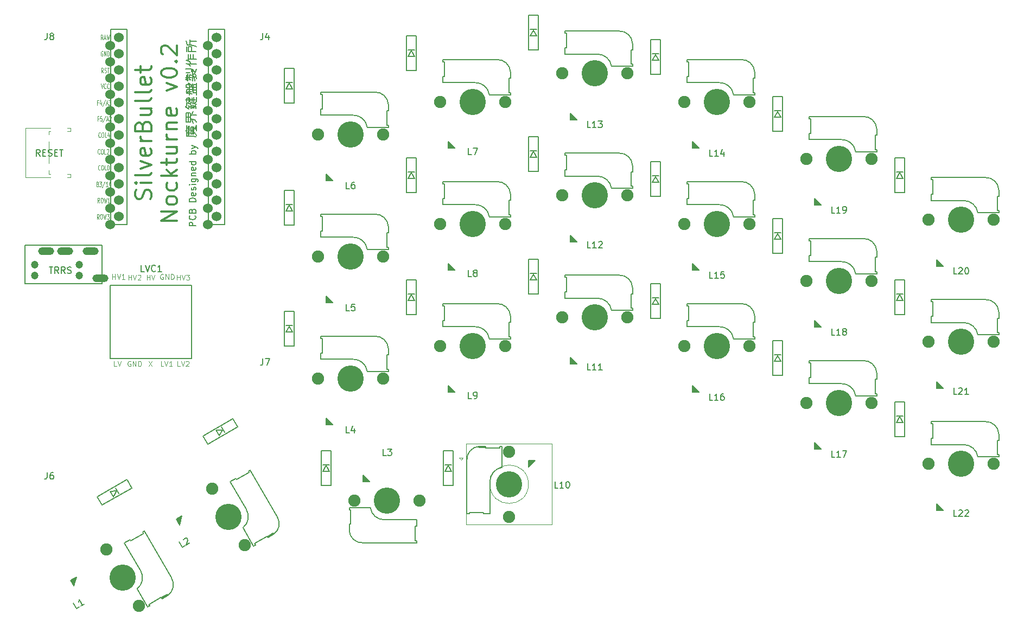
<source format=gto>
%TF.GenerationSoftware,KiCad,Pcbnew,(6.0.5-0)*%
%TF.CreationDate,2022-10-31T01:20:07+09:00*%
%TF.ProjectId,silverbullet44,73696c76-6572-4627-956c-6c657434342e,rev?*%
%TF.SameCoordinates,Original*%
%TF.FileFunction,Legend,Top*%
%TF.FilePolarity,Positive*%
%FSLAX46Y46*%
G04 Gerber Fmt 4.6, Leading zero omitted, Abs format (unit mm)*
G04 Created by KiCad (PCBNEW (6.0.5-0)) date 2022-10-31 01:20:07*
%MOMM*%
%LPD*%
G01*
G04 APERTURE LIST*
%ADD10C,0.300000*%
%ADD11C,0.150000*%
%ADD12C,0.100000*%
%ADD13C,0.125000*%
%ADD14C,0.120000*%
%ADD15C,1.200000*%
%ADD16O,2.500000X1.250000*%
%ADD17C,1.900000*%
%ADD18C,4.100000*%
%ADD19C,1.524000*%
G04 APERTURE END LIST*
D10*
X58946904Y-60126095D02*
X59065952Y-59768952D01*
X59065952Y-59173714D01*
X58946904Y-58935619D01*
X58827857Y-58816571D01*
X58589761Y-58697523D01*
X58351666Y-58697523D01*
X58113571Y-58816571D01*
X57994523Y-58935619D01*
X57875476Y-59173714D01*
X57756428Y-59649904D01*
X57637380Y-59888000D01*
X57518333Y-60007047D01*
X57280238Y-60126095D01*
X57042142Y-60126095D01*
X56804047Y-60007047D01*
X56685000Y-59888000D01*
X56565952Y-59649904D01*
X56565952Y-59054666D01*
X56685000Y-58697523D01*
X59065952Y-57626095D02*
X57399285Y-57626095D01*
X56565952Y-57626095D02*
X56685000Y-57745142D01*
X56804047Y-57626095D01*
X56685000Y-57507047D01*
X56565952Y-57626095D01*
X56804047Y-57626095D01*
X59065952Y-56078476D02*
X58946904Y-56316571D01*
X58708809Y-56435619D01*
X56565952Y-56435619D01*
X57399285Y-55364190D02*
X59065952Y-54768952D01*
X57399285Y-54173714D01*
X58946904Y-52268952D02*
X59065952Y-52507047D01*
X59065952Y-52983238D01*
X58946904Y-53221333D01*
X58708809Y-53340380D01*
X57756428Y-53340380D01*
X57518333Y-53221333D01*
X57399285Y-52983238D01*
X57399285Y-52507047D01*
X57518333Y-52268952D01*
X57756428Y-52149904D01*
X57994523Y-52149904D01*
X58232619Y-53340380D01*
X59065952Y-51078476D02*
X57399285Y-51078476D01*
X57875476Y-51078476D02*
X57637380Y-50959428D01*
X57518333Y-50840380D01*
X57399285Y-50602285D01*
X57399285Y-50364190D01*
X57756428Y-48697523D02*
X57875476Y-48340380D01*
X57994523Y-48221333D01*
X58232619Y-48102285D01*
X58589761Y-48102285D01*
X58827857Y-48221333D01*
X58946904Y-48340380D01*
X59065952Y-48578476D01*
X59065952Y-49530857D01*
X56565952Y-49530857D01*
X56565952Y-48697523D01*
X56685000Y-48459428D01*
X56804047Y-48340380D01*
X57042142Y-48221333D01*
X57280238Y-48221333D01*
X57518333Y-48340380D01*
X57637380Y-48459428D01*
X57756428Y-48697523D01*
X57756428Y-49530857D01*
X57399285Y-45959428D02*
X59065952Y-45959428D01*
X57399285Y-47030857D02*
X58708809Y-47030857D01*
X58946904Y-46911809D01*
X59065952Y-46673714D01*
X59065952Y-46316571D01*
X58946904Y-46078476D01*
X58827857Y-45959428D01*
X59065952Y-44411809D02*
X58946904Y-44649904D01*
X58708809Y-44768952D01*
X56565952Y-44768952D01*
X59065952Y-43102285D02*
X58946904Y-43340380D01*
X58708809Y-43459428D01*
X56565952Y-43459428D01*
X58946904Y-41197523D02*
X59065952Y-41435619D01*
X59065952Y-41911809D01*
X58946904Y-42149904D01*
X58708809Y-42268952D01*
X57756428Y-42268952D01*
X57518333Y-42149904D01*
X57399285Y-41911809D01*
X57399285Y-41435619D01*
X57518333Y-41197523D01*
X57756428Y-41078476D01*
X57994523Y-41078476D01*
X58232619Y-42268952D01*
X57399285Y-40364190D02*
X57399285Y-39411809D01*
X56565952Y-40007047D02*
X58708809Y-40007047D01*
X58946904Y-39888000D01*
X59065952Y-39649904D01*
X59065952Y-39411809D01*
X63090952Y-63518952D02*
X60590952Y-63518952D01*
X63090952Y-62090380D01*
X60590952Y-62090380D01*
X63090952Y-60542761D02*
X62971904Y-60780857D01*
X62852857Y-60899904D01*
X62614761Y-61018952D01*
X61900476Y-61018952D01*
X61662380Y-60899904D01*
X61543333Y-60780857D01*
X61424285Y-60542761D01*
X61424285Y-60185619D01*
X61543333Y-59947523D01*
X61662380Y-59828476D01*
X61900476Y-59709428D01*
X62614761Y-59709428D01*
X62852857Y-59828476D01*
X62971904Y-59947523D01*
X63090952Y-60185619D01*
X63090952Y-60542761D01*
X62971904Y-57566571D02*
X63090952Y-57804666D01*
X63090952Y-58280857D01*
X62971904Y-58518952D01*
X62852857Y-58638000D01*
X62614761Y-58757047D01*
X61900476Y-58757047D01*
X61662380Y-58638000D01*
X61543333Y-58518952D01*
X61424285Y-58280857D01*
X61424285Y-57804666D01*
X61543333Y-57566571D01*
X63090952Y-56495142D02*
X60590952Y-56495142D01*
X62138571Y-56257047D02*
X63090952Y-55542761D01*
X61424285Y-55542761D02*
X62376666Y-56495142D01*
X61424285Y-54828476D02*
X61424285Y-53876095D01*
X60590952Y-54471333D02*
X62733809Y-54471333D01*
X62971904Y-54352285D01*
X63090952Y-54114190D01*
X63090952Y-53876095D01*
X61424285Y-51971333D02*
X63090952Y-51971333D01*
X61424285Y-53042761D02*
X62733809Y-53042761D01*
X62971904Y-52923714D01*
X63090952Y-52685619D01*
X63090952Y-52328476D01*
X62971904Y-52090380D01*
X62852857Y-51971333D01*
X63090952Y-50780857D02*
X61424285Y-50780857D01*
X61900476Y-50780857D02*
X61662380Y-50661809D01*
X61543333Y-50542761D01*
X61424285Y-50304666D01*
X61424285Y-50066571D01*
X61424285Y-49233238D02*
X63090952Y-49233238D01*
X61662380Y-49233238D02*
X61543333Y-49114190D01*
X61424285Y-48876095D01*
X61424285Y-48518952D01*
X61543333Y-48280857D01*
X61781428Y-48161809D01*
X63090952Y-48161809D01*
X62971904Y-46018952D02*
X63090952Y-46257047D01*
X63090952Y-46733238D01*
X62971904Y-46971333D01*
X62733809Y-47090380D01*
X61781428Y-47090380D01*
X61543333Y-46971333D01*
X61424285Y-46733238D01*
X61424285Y-46257047D01*
X61543333Y-46018952D01*
X61781428Y-45899904D01*
X62019523Y-45899904D01*
X62257619Y-47090380D01*
X61424285Y-43161809D02*
X63090952Y-42566571D01*
X61424285Y-41971333D01*
X60590952Y-40542761D02*
X60590952Y-40304666D01*
X60710000Y-40066571D01*
X60829047Y-39947523D01*
X61067142Y-39828476D01*
X61543333Y-39709428D01*
X62138571Y-39709428D01*
X62614761Y-39828476D01*
X62852857Y-39947523D01*
X62971904Y-40066571D01*
X63090952Y-40304666D01*
X63090952Y-40542761D01*
X62971904Y-40780857D01*
X62852857Y-40899904D01*
X62614761Y-41018952D01*
X62138571Y-41138000D01*
X61543333Y-41138000D01*
X61067142Y-41018952D01*
X60829047Y-40899904D01*
X60710000Y-40780857D01*
X60590952Y-40542761D01*
X62852857Y-38638000D02*
X62971904Y-38518952D01*
X63090952Y-38638000D01*
X62971904Y-38757047D01*
X62852857Y-38638000D01*
X63090952Y-38638000D01*
X60829047Y-37566571D02*
X60710000Y-37447523D01*
X60590952Y-37209428D01*
X60590952Y-36614190D01*
X60710000Y-36376095D01*
X60829047Y-36257047D01*
X61067142Y-36138000D01*
X61305238Y-36138000D01*
X61662380Y-36257047D01*
X63090952Y-37685619D01*
X63090952Y-36138000D01*
D11*
X65999880Y-64302285D02*
X64999880Y-64302285D01*
X64999880Y-63921333D01*
X65047500Y-63826095D01*
X65095119Y-63778476D01*
X65190357Y-63730857D01*
X65333214Y-63730857D01*
X65428452Y-63778476D01*
X65476071Y-63826095D01*
X65523690Y-63921333D01*
X65523690Y-64302285D01*
X65904642Y-62730857D02*
X65952261Y-62778476D01*
X65999880Y-62921333D01*
X65999880Y-63016571D01*
X65952261Y-63159428D01*
X65857023Y-63254666D01*
X65761785Y-63302285D01*
X65571309Y-63349904D01*
X65428452Y-63349904D01*
X65237976Y-63302285D01*
X65142738Y-63254666D01*
X65047500Y-63159428D01*
X64999880Y-63016571D01*
X64999880Y-62921333D01*
X65047500Y-62778476D01*
X65095119Y-62730857D01*
X65476071Y-61968952D02*
X65523690Y-61826095D01*
X65571309Y-61778476D01*
X65666547Y-61730857D01*
X65809404Y-61730857D01*
X65904642Y-61778476D01*
X65952261Y-61826095D01*
X65999880Y-61921333D01*
X65999880Y-62302285D01*
X64999880Y-62302285D01*
X64999880Y-61968952D01*
X65047500Y-61873714D01*
X65095119Y-61826095D01*
X65190357Y-61778476D01*
X65285595Y-61778476D01*
X65380833Y-61826095D01*
X65428452Y-61873714D01*
X65476071Y-61968952D01*
X65476071Y-62302285D01*
X65999880Y-60540380D02*
X64999880Y-60540380D01*
X64999880Y-60302285D01*
X65047500Y-60159428D01*
X65142738Y-60064190D01*
X65237976Y-60016571D01*
X65428452Y-59968952D01*
X65571309Y-59968952D01*
X65761785Y-60016571D01*
X65857023Y-60064190D01*
X65952261Y-60159428D01*
X65999880Y-60302285D01*
X65999880Y-60540380D01*
X65952261Y-59159428D02*
X65999880Y-59254666D01*
X65999880Y-59445142D01*
X65952261Y-59540380D01*
X65857023Y-59588000D01*
X65476071Y-59588000D01*
X65380833Y-59540380D01*
X65333214Y-59445142D01*
X65333214Y-59254666D01*
X65380833Y-59159428D01*
X65476071Y-59111809D01*
X65571309Y-59111809D01*
X65666547Y-59588000D01*
X65952261Y-58730857D02*
X65999880Y-58635619D01*
X65999880Y-58445142D01*
X65952261Y-58349904D01*
X65857023Y-58302285D01*
X65809404Y-58302285D01*
X65714166Y-58349904D01*
X65666547Y-58445142D01*
X65666547Y-58588000D01*
X65618928Y-58683238D01*
X65523690Y-58730857D01*
X65476071Y-58730857D01*
X65380833Y-58683238D01*
X65333214Y-58588000D01*
X65333214Y-58445142D01*
X65380833Y-58349904D01*
X65999880Y-57873714D02*
X65333214Y-57873714D01*
X64999880Y-57873714D02*
X65047500Y-57921333D01*
X65095119Y-57873714D01*
X65047500Y-57826095D01*
X64999880Y-57873714D01*
X65095119Y-57873714D01*
X65333214Y-56968952D02*
X66142738Y-56968952D01*
X66237976Y-57016571D01*
X66285595Y-57064190D01*
X66333214Y-57159428D01*
X66333214Y-57302285D01*
X66285595Y-57397523D01*
X65952261Y-56968952D02*
X65999880Y-57064190D01*
X65999880Y-57254666D01*
X65952261Y-57349904D01*
X65904642Y-57397523D01*
X65809404Y-57445142D01*
X65523690Y-57445142D01*
X65428452Y-57397523D01*
X65380833Y-57349904D01*
X65333214Y-57254666D01*
X65333214Y-57064190D01*
X65380833Y-56968952D01*
X65333214Y-56492761D02*
X65999880Y-56492761D01*
X65428452Y-56492761D02*
X65380833Y-56445142D01*
X65333214Y-56349904D01*
X65333214Y-56207047D01*
X65380833Y-56111809D01*
X65476071Y-56064190D01*
X65999880Y-56064190D01*
X65952261Y-55207047D02*
X65999880Y-55302285D01*
X65999880Y-55492761D01*
X65952261Y-55588000D01*
X65857023Y-55635619D01*
X65476071Y-55635619D01*
X65380833Y-55588000D01*
X65333214Y-55492761D01*
X65333214Y-55302285D01*
X65380833Y-55207047D01*
X65476071Y-55159428D01*
X65571309Y-55159428D01*
X65666547Y-55635619D01*
X65999880Y-54302285D02*
X64999880Y-54302285D01*
X65952261Y-54302285D02*
X65999880Y-54397523D01*
X65999880Y-54588000D01*
X65952261Y-54683238D01*
X65904642Y-54730857D01*
X65809404Y-54778476D01*
X65523690Y-54778476D01*
X65428452Y-54730857D01*
X65380833Y-54683238D01*
X65333214Y-54588000D01*
X65333214Y-54397523D01*
X65380833Y-54302285D01*
X65999880Y-53064190D02*
X64999880Y-53064190D01*
X65380833Y-53064190D02*
X65333214Y-52968952D01*
X65333214Y-52778476D01*
X65380833Y-52683238D01*
X65428452Y-52635619D01*
X65523690Y-52588000D01*
X65809404Y-52588000D01*
X65904642Y-52635619D01*
X65952261Y-52683238D01*
X65999880Y-52778476D01*
X65999880Y-52968952D01*
X65952261Y-53064190D01*
X65333214Y-52254666D02*
X65999880Y-52016571D01*
X65333214Y-51778476D02*
X65999880Y-52016571D01*
X66237976Y-52111809D01*
X66285595Y-52159428D01*
X66333214Y-52254666D01*
X64626071Y-50280857D02*
X64626071Y-48638000D01*
X64840357Y-50138000D02*
X64840357Y-49495142D01*
X64840357Y-49352285D02*
X64840357Y-48709428D01*
X65483214Y-49995142D02*
X65483214Y-48852285D01*
X65697500Y-49995142D02*
X65697500Y-48852285D01*
X65983214Y-49209428D02*
X65983214Y-48780857D01*
X65268928Y-49995142D02*
X65697500Y-49995142D01*
X64697500Y-49780857D02*
X65126071Y-49780857D01*
X64411785Y-49495142D02*
X64626071Y-49495142D01*
X65697500Y-49066571D02*
X65983214Y-49209428D01*
X64697500Y-49066571D02*
X65126071Y-49066571D01*
X65268928Y-49995142D02*
X65268928Y-48852285D01*
X65697500Y-48852285D01*
X64768928Y-49066571D02*
X65126071Y-48709428D01*
X64768928Y-49066571D02*
X65126071Y-49352285D01*
X64768928Y-49780857D02*
X65054642Y-50066571D01*
X64840357Y-49780857D02*
X65054642Y-49495142D01*
X65697500Y-49709428D02*
X65983214Y-49923714D01*
X66126071Y-50209428D01*
X64626071Y-50280857D02*
X65554642Y-50280857D01*
X66054642Y-50423714D01*
X65268928Y-49423714D02*
X65697500Y-49423714D01*
X66126071Y-49423714D02*
X66126071Y-48709428D01*
X66054642Y-48638000D01*
X64840357Y-48066571D02*
X64840357Y-46709428D01*
X65197500Y-48066571D02*
X65197500Y-46709428D01*
X64483214Y-48066571D02*
X65126071Y-48066571D01*
X64483214Y-47352285D02*
X65126071Y-47352285D01*
X65483214Y-46995142D02*
X66126071Y-46995142D01*
X64483214Y-48066571D02*
X64483214Y-46709428D01*
X65126071Y-46709428D01*
X65197500Y-47209428D02*
X65340357Y-46995142D01*
X65626071Y-46423714D01*
X65197500Y-47495142D02*
X65340357Y-47709428D01*
X65626071Y-48280857D01*
X65411785Y-47709428D02*
X65840357Y-47780857D01*
X66126071Y-48066571D01*
X64911785Y-44995142D02*
X64911785Y-44209428D01*
X64911785Y-45923714D02*
X64911785Y-45495142D01*
X65126071Y-44923714D02*
X65126071Y-44352285D01*
X65268928Y-45995142D02*
X65268928Y-45423714D01*
X65411785Y-44923714D02*
X65411785Y-44280857D01*
X65697500Y-44995142D02*
X65697500Y-44209428D01*
X64911785Y-45709428D02*
X65983214Y-45709428D01*
X65411785Y-45495142D02*
X65768928Y-45566571D01*
X64411785Y-44638000D02*
X65983214Y-44638000D01*
X64626071Y-44923714D02*
X64626071Y-44352285D01*
X65126071Y-44352285D01*
X64411785Y-45709428D02*
X64697500Y-45423714D01*
X64411785Y-45709428D02*
X64911785Y-46066571D01*
X65411785Y-45923714D02*
X65768928Y-45923714D01*
X64554642Y-45352285D02*
X64554642Y-45066571D01*
X65197500Y-45280857D01*
X65197500Y-45066571D01*
X66126071Y-45280857D01*
X65768928Y-45209428D02*
X66126071Y-44852285D01*
X66126071Y-44209428D01*
X66054642Y-45995142D02*
X65983214Y-45423714D01*
X65054642Y-43852285D02*
X65054642Y-42995142D01*
X66126071Y-43852285D02*
X66126071Y-41995142D01*
X65626071Y-43566571D02*
X66126071Y-43566571D01*
X65126071Y-43352285D02*
X65340357Y-43352285D01*
X65626071Y-43138000D02*
X66126071Y-43138000D01*
X65626071Y-42709428D02*
X66126071Y-42709428D01*
X65626071Y-43566571D02*
X65626071Y-42280857D01*
X66126071Y-42280857D01*
X64697500Y-43423714D02*
X64911785Y-43352285D01*
X65126071Y-42709428D02*
X65340357Y-42495142D01*
X65554642Y-42066571D01*
X64483214Y-42709428D02*
X64483214Y-42280857D01*
X64911785Y-42280857D01*
X64840357Y-41995142D01*
X64911785Y-41995142D01*
X65054642Y-42852285D02*
X65054642Y-42138000D01*
X65340357Y-42423714D01*
X65554642Y-42852285D01*
X64554642Y-43638000D02*
X64554642Y-43066571D01*
X65483214Y-43066571D01*
X65483214Y-43280857D01*
X64483214Y-42709428D02*
X64911785Y-42780857D01*
X64554642Y-43638000D02*
X65054642Y-43638000D01*
X65411785Y-43709428D01*
X64483214Y-43352285D02*
X64554642Y-43423714D01*
X64626071Y-41495142D02*
X64626071Y-40709428D01*
X64768928Y-41638000D02*
X64768928Y-40566571D01*
X65268928Y-40852285D02*
X65268928Y-40709428D01*
X65340357Y-40209428D02*
X65340357Y-39923714D01*
X65483214Y-41638000D02*
X65483214Y-39780857D01*
X64983214Y-41495142D02*
X65268928Y-41495142D01*
X64411785Y-41138000D02*
X65340357Y-41138000D01*
X65697500Y-41066571D02*
X66054642Y-41066571D01*
X64983214Y-41495142D02*
X64983214Y-40709428D01*
X65268928Y-40709428D01*
X64483214Y-40423714D02*
X65126071Y-40423714D01*
X64411785Y-39852285D02*
X65340357Y-39852285D01*
X65411785Y-40709428D02*
X65697500Y-40638000D01*
X65911785Y-40352285D01*
X66126071Y-39852285D01*
X64411785Y-41423714D02*
X64697500Y-41566571D01*
X65626071Y-39995142D02*
X65840357Y-40423714D01*
X65483214Y-40709428D02*
X65768928Y-41138000D01*
X65840357Y-41638000D01*
X65983214Y-40566571D02*
X66126071Y-41352285D01*
X64840357Y-38566571D02*
X64840357Y-37566571D01*
X65197500Y-38280857D02*
X65197500Y-37566571D01*
X65626071Y-38280857D02*
X65626071Y-37566571D01*
X64768928Y-39066571D02*
X66126071Y-39066571D01*
X64768928Y-38280857D02*
X66126071Y-38280857D01*
X64483214Y-38923714D02*
X64911785Y-39138000D01*
X65197500Y-39423714D01*
X64483214Y-38423714D02*
X64983214Y-38638000D01*
X65197500Y-38852285D01*
X64554642Y-37138000D02*
X64554642Y-36352285D01*
X65126071Y-36066571D02*
X65126071Y-35280857D01*
X65340357Y-37066571D02*
X65340357Y-36352285D01*
X64840357Y-37066571D02*
X64840357Y-36352285D01*
X65340357Y-36352285D01*
X65126071Y-35495142D02*
X66126071Y-35495142D01*
X64483214Y-35423714D02*
X64697500Y-36066571D01*
X64840357Y-37066571D02*
X65626071Y-37066571D01*
X66054642Y-37138000D01*
X64697500Y-36066571D02*
X65126071Y-36066571D01*
X65697500Y-36138000D01*
X66126071Y-36352285D01*
D12*
X60971309Y-86249904D02*
X60590357Y-86249904D01*
X60590357Y-85449904D01*
X61123690Y-85449904D02*
X61390357Y-86249904D01*
X61657023Y-85449904D01*
X62342738Y-86249904D02*
X61885595Y-86249904D01*
X62114166Y-86249904D02*
X62114166Y-85449904D01*
X62037976Y-85564190D01*
X61961785Y-85640380D01*
X61885595Y-85678476D01*
X63571309Y-86249904D02*
X63190357Y-86249904D01*
X63190357Y-85449904D01*
X63723690Y-85449904D02*
X63990357Y-86249904D01*
X64257023Y-85449904D01*
X64485595Y-85526095D02*
X64523690Y-85488000D01*
X64599880Y-85449904D01*
X64790357Y-85449904D01*
X64866547Y-85488000D01*
X64904642Y-85526095D01*
X64942738Y-85602285D01*
X64942738Y-85678476D01*
X64904642Y-85792761D01*
X64447500Y-86249904D01*
X64942738Y-86249904D01*
X53652261Y-86249904D02*
X53271309Y-86249904D01*
X53271309Y-85449904D01*
X53804642Y-85449904D02*
X54071309Y-86249904D01*
X54337976Y-85449904D01*
X55837976Y-85488000D02*
X55761785Y-85449904D01*
X55647500Y-85449904D01*
X55533214Y-85488000D01*
X55457023Y-85564190D01*
X55418928Y-85640380D01*
X55380833Y-85792761D01*
X55380833Y-85907047D01*
X55418928Y-86059428D01*
X55457023Y-86135619D01*
X55533214Y-86211809D01*
X55647500Y-86249904D01*
X55723690Y-86249904D01*
X55837976Y-86211809D01*
X55876071Y-86173714D01*
X55876071Y-85907047D01*
X55723690Y-85907047D01*
X56218928Y-86249904D02*
X56218928Y-85449904D01*
X56676071Y-86249904D01*
X56676071Y-85449904D01*
X57057023Y-86249904D02*
X57057023Y-85449904D01*
X57247500Y-85449904D01*
X57361785Y-85488000D01*
X57437976Y-85564190D01*
X57476071Y-85640380D01*
X57514166Y-85792761D01*
X57514166Y-85907047D01*
X57476071Y-86059428D01*
X57437976Y-86135619D01*
X57361785Y-86211809D01*
X57247500Y-86249904D01*
X57057023Y-86249904D01*
X58680833Y-85449904D02*
X59214166Y-86249904D01*
X59214166Y-85449904D02*
X58680833Y-86249904D01*
X52995119Y-72649904D02*
X52995119Y-71849904D01*
X52995119Y-72230857D02*
X53452261Y-72230857D01*
X53452261Y-72649904D02*
X53452261Y-71849904D01*
X53718928Y-71849904D02*
X53985595Y-72649904D01*
X54252261Y-71849904D01*
X54937976Y-72649904D02*
X54480833Y-72649904D01*
X54709404Y-72649904D02*
X54709404Y-71849904D01*
X54633214Y-71964190D01*
X54557023Y-72040380D01*
X54480833Y-72078476D01*
X60937976Y-71888000D02*
X60861785Y-71849904D01*
X60747500Y-71849904D01*
X60633214Y-71888000D01*
X60557023Y-71964190D01*
X60518928Y-72040380D01*
X60480833Y-72192761D01*
X60480833Y-72307047D01*
X60518928Y-72459428D01*
X60557023Y-72535619D01*
X60633214Y-72611809D01*
X60747500Y-72649904D01*
X60823690Y-72649904D01*
X60937976Y-72611809D01*
X60976071Y-72573714D01*
X60976071Y-72307047D01*
X60823690Y-72307047D01*
X61318928Y-72649904D02*
X61318928Y-71849904D01*
X61776071Y-72649904D01*
X61776071Y-71849904D01*
X62157023Y-72649904D02*
X62157023Y-71849904D01*
X62347500Y-71849904D01*
X62461785Y-71888000D01*
X62537976Y-71964190D01*
X62576071Y-72040380D01*
X62614166Y-72192761D01*
X62614166Y-72307047D01*
X62576071Y-72459428D01*
X62537976Y-72535619D01*
X62461785Y-72611809D01*
X62347500Y-72649904D01*
X62157023Y-72649904D01*
X58376071Y-72749904D02*
X58376071Y-71949904D01*
X58376071Y-72330857D02*
X58833214Y-72330857D01*
X58833214Y-72749904D02*
X58833214Y-71949904D01*
X59099880Y-71949904D02*
X59366547Y-72749904D01*
X59633214Y-71949904D01*
X63095119Y-72749904D02*
X63095119Y-71949904D01*
X63095119Y-72330857D02*
X63552261Y-72330857D01*
X63552261Y-72749904D02*
X63552261Y-71949904D01*
X63818928Y-71949904D02*
X64085595Y-72749904D01*
X64352261Y-71949904D01*
X64542738Y-71949904D02*
X65037976Y-71949904D01*
X64771309Y-72254666D01*
X64885595Y-72254666D01*
X64961785Y-72292761D01*
X64999880Y-72330857D01*
X65037976Y-72407047D01*
X65037976Y-72597523D01*
X64999880Y-72673714D01*
X64961785Y-72711809D01*
X64885595Y-72749904D01*
X64657023Y-72749904D01*
X64580833Y-72711809D01*
X64542738Y-72673714D01*
X55495119Y-72749904D02*
X55495119Y-71949904D01*
X55495119Y-72330857D02*
X55952261Y-72330857D01*
X55952261Y-72749904D02*
X55952261Y-71949904D01*
X56218928Y-71949904D02*
X56485595Y-72749904D01*
X56752261Y-71949904D01*
X56980833Y-72026095D02*
X57018928Y-71988000D01*
X57095119Y-71949904D01*
X57285595Y-71949904D01*
X57361785Y-71988000D01*
X57399880Y-72026095D01*
X57437976Y-72102285D01*
X57437976Y-72178476D01*
X57399880Y-72292761D01*
X56942738Y-72749904D01*
X57437976Y-72749904D01*
D11*
X43145295Y-70724780D02*
X43716723Y-70724780D01*
X43431009Y-71724780D02*
X43431009Y-70724780D01*
X44621485Y-71724780D02*
X44288152Y-71248590D01*
X44050057Y-71724780D02*
X44050057Y-70724780D01*
X44431009Y-70724780D01*
X44526247Y-70772400D01*
X44573866Y-70820019D01*
X44621485Y-70915257D01*
X44621485Y-71058114D01*
X44573866Y-71153352D01*
X44526247Y-71200971D01*
X44431009Y-71248590D01*
X44050057Y-71248590D01*
X45621485Y-71724780D02*
X45288152Y-71248590D01*
X45050057Y-71724780D02*
X45050057Y-70724780D01*
X45431009Y-70724780D01*
X45526247Y-70772400D01*
X45573866Y-70820019D01*
X45621485Y-70915257D01*
X45621485Y-71058114D01*
X45573866Y-71153352D01*
X45526247Y-71200971D01*
X45431009Y-71248590D01*
X45050057Y-71248590D01*
X46002438Y-71677161D02*
X46145295Y-71724780D01*
X46383390Y-71724780D01*
X46478628Y-71677161D01*
X46526247Y-71629542D01*
X46573866Y-71534304D01*
X46573866Y-71439066D01*
X46526247Y-71343828D01*
X46478628Y-71296209D01*
X46383390Y-71248590D01*
X46192914Y-71200971D01*
X46097676Y-71153352D01*
X46050057Y-71105733D01*
X46002438Y-71010495D01*
X46002438Y-70915257D01*
X46050057Y-70820019D01*
X46097676Y-70772400D01*
X46192914Y-70724780D01*
X46431009Y-70724780D01*
X46573866Y-70772400D01*
X47821981Y-123795106D02*
X47409588Y-124033201D01*
X46909588Y-123167176D01*
X48564289Y-123366535D02*
X48069417Y-123652249D01*
X48316853Y-123509392D02*
X47816853Y-122643367D01*
X47805803Y-122814704D01*
X47770943Y-122944801D01*
X47712274Y-123033660D01*
X127627142Y-67762380D02*
X127150952Y-67762380D01*
X127150952Y-66762380D01*
X128484285Y-67762380D02*
X127912857Y-67762380D01*
X128198571Y-67762380D02*
X128198571Y-66762380D01*
X128103333Y-66905238D01*
X128008095Y-67000476D01*
X127912857Y-67048095D01*
X128865238Y-66857619D02*
X128912857Y-66810000D01*
X129008095Y-66762380D01*
X129246190Y-66762380D01*
X129341428Y-66810000D01*
X129389047Y-66857619D01*
X129436666Y-66952857D01*
X129436666Y-67048095D01*
X129389047Y-67190952D01*
X128817619Y-67762380D01*
X129436666Y-67762380D01*
X64309481Y-114270106D02*
X63897088Y-114508201D01*
X63397088Y-113642176D01*
X64104536Y-113343702D02*
X64121966Y-113278653D01*
X64180635Y-113189795D01*
X64386832Y-113070747D01*
X64493120Y-113064368D01*
X64558169Y-113081798D01*
X64647027Y-113140467D01*
X64694646Y-113222945D01*
X64724835Y-113370473D01*
X64515678Y-114151059D01*
X65051789Y-113841535D01*
X127604642Y-48972380D02*
X127128452Y-48972380D01*
X127128452Y-47972380D01*
X128461785Y-48972380D02*
X127890357Y-48972380D01*
X128176071Y-48972380D02*
X128176071Y-47972380D01*
X128080833Y-48115238D01*
X127985595Y-48210476D01*
X127890357Y-48258095D01*
X128795119Y-47972380D02*
X129414166Y-47972380D01*
X129080833Y-48353333D01*
X129223690Y-48353333D01*
X129318928Y-48400952D01*
X129366547Y-48448571D01*
X129414166Y-48543809D01*
X129414166Y-48781904D01*
X129366547Y-48877142D01*
X129318928Y-48924761D01*
X129223690Y-48972380D01*
X128937976Y-48972380D01*
X128842738Y-48924761D01*
X128795119Y-48877142D01*
X95718333Y-100147380D02*
X95242142Y-100147380D01*
X95242142Y-99147380D01*
X95956428Y-99147380D02*
X96575476Y-99147380D01*
X96242142Y-99528333D01*
X96385000Y-99528333D01*
X96480238Y-99575952D01*
X96527857Y-99623571D01*
X96575476Y-99718809D01*
X96575476Y-99956904D01*
X96527857Y-100052142D01*
X96480238Y-100099761D01*
X96385000Y-100147380D01*
X96099285Y-100147380D01*
X96004047Y-100099761D01*
X95956428Y-100052142D01*
X146677142Y-53417380D02*
X146200952Y-53417380D01*
X146200952Y-52417380D01*
X147534285Y-53417380D02*
X146962857Y-53417380D01*
X147248571Y-53417380D02*
X147248571Y-52417380D01*
X147153333Y-52560238D01*
X147058095Y-52655476D01*
X146962857Y-52703095D01*
X148391428Y-52750714D02*
X148391428Y-53417380D01*
X148153333Y-52369761D02*
X147915238Y-53084047D01*
X148534285Y-53084047D01*
X90003333Y-96597380D02*
X89527142Y-96597380D01*
X89527142Y-95597380D01*
X90765238Y-95930714D02*
X90765238Y-96597380D01*
X90527142Y-95549761D02*
X90289047Y-96264047D01*
X90908095Y-96264047D01*
X146677142Y-72467380D02*
X146200952Y-72467380D01*
X146200952Y-71467380D01*
X147534285Y-72467380D02*
X146962857Y-72467380D01*
X147248571Y-72467380D02*
X147248571Y-71467380D01*
X147153333Y-71610238D01*
X147058095Y-71705476D01*
X146962857Y-71753095D01*
X148439047Y-71467380D02*
X147962857Y-71467380D01*
X147915238Y-71943571D01*
X147962857Y-71895952D01*
X148058095Y-71848333D01*
X148296190Y-71848333D01*
X148391428Y-71895952D01*
X148439047Y-71943571D01*
X148486666Y-72038809D01*
X148486666Y-72276904D01*
X148439047Y-72372142D01*
X148391428Y-72419761D01*
X148296190Y-72467380D01*
X148058095Y-72467380D01*
X147962857Y-72419761D01*
X147915238Y-72372142D01*
X90003333Y-77547380D02*
X89527142Y-77547380D01*
X89527142Y-76547380D01*
X90812857Y-76547380D02*
X90336666Y-76547380D01*
X90289047Y-77023571D01*
X90336666Y-76975952D01*
X90431904Y-76928333D01*
X90670000Y-76928333D01*
X90765238Y-76975952D01*
X90812857Y-77023571D01*
X90860476Y-77118809D01*
X90860476Y-77356904D01*
X90812857Y-77452142D01*
X90765238Y-77499761D01*
X90670000Y-77547380D01*
X90431904Y-77547380D01*
X90336666Y-77499761D01*
X90289047Y-77452142D01*
X146654642Y-91517380D02*
X146178452Y-91517380D01*
X146178452Y-90517380D01*
X147511785Y-91517380D02*
X146940357Y-91517380D01*
X147226071Y-91517380D02*
X147226071Y-90517380D01*
X147130833Y-90660238D01*
X147035595Y-90755476D01*
X146940357Y-90803095D01*
X148368928Y-90517380D02*
X148178452Y-90517380D01*
X148083214Y-90565000D01*
X148035595Y-90612619D01*
X147940357Y-90755476D01*
X147892738Y-90945952D01*
X147892738Y-91326904D01*
X147940357Y-91422142D01*
X147987976Y-91469761D01*
X148083214Y-91517380D01*
X148273690Y-91517380D01*
X148368928Y-91469761D01*
X148416547Y-91422142D01*
X148464166Y-91326904D01*
X148464166Y-91088809D01*
X148416547Y-90993571D01*
X148368928Y-90945952D01*
X148273690Y-90898333D01*
X148083214Y-90898333D01*
X147987976Y-90945952D01*
X147940357Y-90993571D01*
X147892738Y-91088809D01*
X90003333Y-58497380D02*
X89527142Y-58497380D01*
X89527142Y-57497380D01*
X90765238Y-57497380D02*
X90574761Y-57497380D01*
X90479523Y-57545000D01*
X90431904Y-57592619D01*
X90336666Y-57735476D01*
X90289047Y-57925952D01*
X90289047Y-58306904D01*
X90336666Y-58402142D01*
X90384285Y-58449761D01*
X90479523Y-58497380D01*
X90670000Y-58497380D01*
X90765238Y-58449761D01*
X90812857Y-58402142D01*
X90860476Y-58306904D01*
X90860476Y-58068809D01*
X90812857Y-57973571D01*
X90765238Y-57925952D01*
X90670000Y-57878333D01*
X90479523Y-57878333D01*
X90384285Y-57925952D01*
X90336666Y-57973571D01*
X90289047Y-58068809D01*
X165727142Y-100407380D02*
X165250952Y-100407380D01*
X165250952Y-99407380D01*
X166584285Y-100407380D02*
X166012857Y-100407380D01*
X166298571Y-100407380D02*
X166298571Y-99407380D01*
X166203333Y-99550238D01*
X166108095Y-99645476D01*
X166012857Y-99693095D01*
X166917619Y-99407380D02*
X167584285Y-99407380D01*
X167155714Y-100407380D01*
X109053333Y-53157380D02*
X108577142Y-53157380D01*
X108577142Y-52157380D01*
X109291428Y-52157380D02*
X109958095Y-52157380D01*
X109529523Y-53157380D01*
X165704642Y-81357380D02*
X165228452Y-81357380D01*
X165228452Y-80357380D01*
X166561785Y-81357380D02*
X165990357Y-81357380D01*
X166276071Y-81357380D02*
X166276071Y-80357380D01*
X166180833Y-80500238D01*
X166085595Y-80595476D01*
X165990357Y-80643095D01*
X167133214Y-80785952D02*
X167037976Y-80738333D01*
X166990357Y-80690714D01*
X166942738Y-80595476D01*
X166942738Y-80547857D01*
X166990357Y-80452619D01*
X167037976Y-80405000D01*
X167133214Y-80357380D01*
X167323690Y-80357380D01*
X167418928Y-80405000D01*
X167466547Y-80452619D01*
X167514166Y-80547857D01*
X167514166Y-80595476D01*
X167466547Y-80690714D01*
X167418928Y-80738333D01*
X167323690Y-80785952D01*
X167133214Y-80785952D01*
X167037976Y-80833571D01*
X166990357Y-80881190D01*
X166942738Y-80976428D01*
X166942738Y-81166904D01*
X166990357Y-81262142D01*
X167037976Y-81309761D01*
X167133214Y-81357380D01*
X167323690Y-81357380D01*
X167418928Y-81309761D01*
X167466547Y-81262142D01*
X167514166Y-81166904D01*
X167514166Y-80976428D01*
X167466547Y-80881190D01*
X167418928Y-80833571D01*
X167323690Y-80785952D01*
X109053333Y-72207380D02*
X108577142Y-72207380D01*
X108577142Y-71207380D01*
X109529523Y-71635952D02*
X109434285Y-71588333D01*
X109386666Y-71540714D01*
X109339047Y-71445476D01*
X109339047Y-71397857D01*
X109386666Y-71302619D01*
X109434285Y-71255000D01*
X109529523Y-71207380D01*
X109720000Y-71207380D01*
X109815238Y-71255000D01*
X109862857Y-71302619D01*
X109910476Y-71397857D01*
X109910476Y-71445476D01*
X109862857Y-71540714D01*
X109815238Y-71588333D01*
X109720000Y-71635952D01*
X109529523Y-71635952D01*
X109434285Y-71683571D01*
X109386666Y-71731190D01*
X109339047Y-71826428D01*
X109339047Y-72016904D01*
X109386666Y-72112142D01*
X109434285Y-72159761D01*
X109529523Y-72207380D01*
X109720000Y-72207380D01*
X109815238Y-72159761D01*
X109862857Y-72112142D01*
X109910476Y-72016904D01*
X109910476Y-71826428D01*
X109862857Y-71731190D01*
X109815238Y-71683571D01*
X109720000Y-71635952D01*
X165704642Y-62307380D02*
X165228452Y-62307380D01*
X165228452Y-61307380D01*
X166561785Y-62307380D02*
X165990357Y-62307380D01*
X166276071Y-62307380D02*
X166276071Y-61307380D01*
X166180833Y-61450238D01*
X166085595Y-61545476D01*
X165990357Y-61593095D01*
X167037976Y-62307380D02*
X167228452Y-62307380D01*
X167323690Y-62259761D01*
X167371309Y-62212142D01*
X167466547Y-62069285D01*
X167514166Y-61878809D01*
X167514166Y-61497857D01*
X167466547Y-61402619D01*
X167418928Y-61355000D01*
X167323690Y-61307380D01*
X167133214Y-61307380D01*
X167037976Y-61355000D01*
X166990357Y-61402619D01*
X166942738Y-61497857D01*
X166942738Y-61735952D01*
X166990357Y-61831190D01*
X167037976Y-61878809D01*
X167133214Y-61926428D01*
X167323690Y-61926428D01*
X167418928Y-61878809D01*
X167466547Y-61831190D01*
X167514166Y-61735952D01*
X109053333Y-91257380D02*
X108577142Y-91257380D01*
X108577142Y-90257380D01*
X109434285Y-91257380D02*
X109624761Y-91257380D01*
X109720000Y-91209761D01*
X109767619Y-91162142D01*
X109862857Y-91019285D01*
X109910476Y-90828809D01*
X109910476Y-90447857D01*
X109862857Y-90352619D01*
X109815238Y-90305000D01*
X109720000Y-90257380D01*
X109529523Y-90257380D01*
X109434285Y-90305000D01*
X109386666Y-90352619D01*
X109339047Y-90447857D01*
X109339047Y-90685952D01*
X109386666Y-90781190D01*
X109434285Y-90828809D01*
X109529523Y-90876428D01*
X109720000Y-90876428D01*
X109815238Y-90828809D01*
X109862857Y-90781190D01*
X109910476Y-90685952D01*
X184777142Y-71832380D02*
X184300952Y-71832380D01*
X184300952Y-70832380D01*
X185062857Y-70927619D02*
X185110476Y-70880000D01*
X185205714Y-70832380D01*
X185443809Y-70832380D01*
X185539047Y-70880000D01*
X185586666Y-70927619D01*
X185634285Y-71022857D01*
X185634285Y-71118095D01*
X185586666Y-71260952D01*
X185015238Y-71832380D01*
X185634285Y-71832380D01*
X186253333Y-70832380D02*
X186348571Y-70832380D01*
X186443809Y-70880000D01*
X186491428Y-70927619D01*
X186539047Y-71022857D01*
X186586666Y-71213333D01*
X186586666Y-71451428D01*
X186539047Y-71641904D01*
X186491428Y-71737142D01*
X186443809Y-71784761D01*
X186348571Y-71832380D01*
X186253333Y-71832380D01*
X186158095Y-71784761D01*
X186110476Y-71737142D01*
X186062857Y-71641904D01*
X186015238Y-71451428D01*
X186015238Y-71213333D01*
X186062857Y-71022857D01*
X186110476Y-70927619D01*
X186158095Y-70880000D01*
X186253333Y-70832380D01*
X122524642Y-105227380D02*
X122048452Y-105227380D01*
X122048452Y-104227380D01*
X123381785Y-105227380D02*
X122810357Y-105227380D01*
X123096071Y-105227380D02*
X123096071Y-104227380D01*
X123000833Y-104370238D01*
X122905595Y-104465476D01*
X122810357Y-104513095D01*
X124000833Y-104227380D02*
X124096071Y-104227380D01*
X124191309Y-104275000D01*
X124238928Y-104322619D01*
X124286547Y-104417857D01*
X124334166Y-104608333D01*
X124334166Y-104846428D01*
X124286547Y-105036904D01*
X124238928Y-105132142D01*
X124191309Y-105179761D01*
X124096071Y-105227380D01*
X124000833Y-105227380D01*
X123905595Y-105179761D01*
X123857976Y-105132142D01*
X123810357Y-105036904D01*
X123762738Y-104846428D01*
X123762738Y-104608333D01*
X123810357Y-104417857D01*
X123857976Y-104322619D01*
X123905595Y-104275000D01*
X124000833Y-104227380D01*
X184754642Y-90622380D02*
X184278452Y-90622380D01*
X184278452Y-89622380D01*
X185040357Y-89717619D02*
X185087976Y-89670000D01*
X185183214Y-89622380D01*
X185421309Y-89622380D01*
X185516547Y-89670000D01*
X185564166Y-89717619D01*
X185611785Y-89812857D01*
X185611785Y-89908095D01*
X185564166Y-90050952D01*
X184992738Y-90622380D01*
X185611785Y-90622380D01*
X186564166Y-90622380D02*
X185992738Y-90622380D01*
X186278452Y-90622380D02*
X186278452Y-89622380D01*
X186183214Y-89765238D01*
X186087976Y-89860476D01*
X185992738Y-89908095D01*
X127604642Y-86812380D02*
X127128452Y-86812380D01*
X127128452Y-85812380D01*
X128461785Y-86812380D02*
X127890357Y-86812380D01*
X128176071Y-86812380D02*
X128176071Y-85812380D01*
X128080833Y-85955238D01*
X127985595Y-86050476D01*
X127890357Y-86098095D01*
X129414166Y-86812380D02*
X128842738Y-86812380D01*
X129128452Y-86812380D02*
X129128452Y-85812380D01*
X129033214Y-85955238D01*
X128937976Y-86050476D01*
X128842738Y-86098095D01*
X184777142Y-109672380D02*
X184300952Y-109672380D01*
X184300952Y-108672380D01*
X185062857Y-108767619D02*
X185110476Y-108720000D01*
X185205714Y-108672380D01*
X185443809Y-108672380D01*
X185539047Y-108720000D01*
X185586666Y-108767619D01*
X185634285Y-108862857D01*
X185634285Y-108958095D01*
X185586666Y-109100952D01*
X185015238Y-109672380D01*
X185634285Y-109672380D01*
X186015238Y-108767619D02*
X186062857Y-108720000D01*
X186158095Y-108672380D01*
X186396190Y-108672380D01*
X186491428Y-108720000D01*
X186539047Y-108767619D01*
X186586666Y-108862857D01*
X186586666Y-108958095D01*
X186539047Y-109100952D01*
X185967619Y-109672380D01*
X186586666Y-109672380D01*
X41705119Y-53411380D02*
X41371785Y-52935190D01*
X41133690Y-53411380D02*
X41133690Y-52411380D01*
X41514642Y-52411380D01*
X41609880Y-52459000D01*
X41657500Y-52506619D01*
X41705119Y-52601857D01*
X41705119Y-52744714D01*
X41657500Y-52839952D01*
X41609880Y-52887571D01*
X41514642Y-52935190D01*
X41133690Y-52935190D01*
X42133690Y-52887571D02*
X42467023Y-52887571D01*
X42609880Y-53411380D02*
X42133690Y-53411380D01*
X42133690Y-52411380D01*
X42609880Y-52411380D01*
X42990833Y-53363761D02*
X43133690Y-53411380D01*
X43371785Y-53411380D01*
X43467023Y-53363761D01*
X43514642Y-53316142D01*
X43562261Y-53220904D01*
X43562261Y-53125666D01*
X43514642Y-53030428D01*
X43467023Y-52982809D01*
X43371785Y-52935190D01*
X43181309Y-52887571D01*
X43086071Y-52839952D01*
X43038452Y-52792333D01*
X42990833Y-52697095D01*
X42990833Y-52601857D01*
X43038452Y-52506619D01*
X43086071Y-52459000D01*
X43181309Y-52411380D01*
X43419404Y-52411380D01*
X43562261Y-52459000D01*
X43990833Y-52887571D02*
X44324166Y-52887571D01*
X44467023Y-53411380D02*
X43990833Y-53411380D01*
X43990833Y-52411380D01*
X44467023Y-52411380D01*
X44752738Y-52411380D02*
X45324166Y-52411380D01*
X45038452Y-53411380D02*
X45038452Y-52411380D01*
D13*
X50891547Y-63242285D02*
X50724880Y-62885142D01*
X50605833Y-63242285D02*
X50605833Y-62492285D01*
X50796309Y-62492285D01*
X50843928Y-62528000D01*
X50867738Y-62563714D01*
X50891547Y-62635142D01*
X50891547Y-62742285D01*
X50867738Y-62813714D01*
X50843928Y-62849428D01*
X50796309Y-62885142D01*
X50605833Y-62885142D01*
X51201071Y-62492285D02*
X51296309Y-62492285D01*
X51343928Y-62528000D01*
X51391547Y-62599428D01*
X51415357Y-62742285D01*
X51415357Y-62992285D01*
X51391547Y-63135142D01*
X51343928Y-63206571D01*
X51296309Y-63242285D01*
X51201071Y-63242285D01*
X51153452Y-63206571D01*
X51105833Y-63135142D01*
X51082023Y-62992285D01*
X51082023Y-62742285D01*
X51105833Y-62599428D01*
X51153452Y-62528000D01*
X51201071Y-62492285D01*
X51582023Y-62492285D02*
X51701071Y-63242285D01*
X51796309Y-62706571D01*
X51891547Y-63242285D01*
X52010595Y-62492285D01*
X52153452Y-62492285D02*
X52462976Y-62492285D01*
X52296309Y-62778000D01*
X52367738Y-62778000D01*
X52415357Y-62813714D01*
X52439166Y-62849428D01*
X52462976Y-62920857D01*
X52462976Y-63099428D01*
X52439166Y-63170857D01*
X52415357Y-63206571D01*
X52367738Y-63242285D01*
X52224880Y-63242285D01*
X52177261Y-63206571D01*
X52153452Y-63170857D01*
X51024880Y-53020857D02*
X51001071Y-53056571D01*
X50929642Y-53092285D01*
X50882023Y-53092285D01*
X50810595Y-53056571D01*
X50762976Y-52985142D01*
X50739166Y-52913714D01*
X50715357Y-52770857D01*
X50715357Y-52663714D01*
X50739166Y-52520857D01*
X50762976Y-52449428D01*
X50810595Y-52378000D01*
X50882023Y-52342285D01*
X50929642Y-52342285D01*
X51001071Y-52378000D01*
X51024880Y-52413714D01*
X51334404Y-52342285D02*
X51429642Y-52342285D01*
X51477261Y-52378000D01*
X51524880Y-52449428D01*
X51548690Y-52592285D01*
X51548690Y-52842285D01*
X51524880Y-52985142D01*
X51477261Y-53056571D01*
X51429642Y-53092285D01*
X51334404Y-53092285D01*
X51286785Y-53056571D01*
X51239166Y-52985142D01*
X51215357Y-52842285D01*
X51215357Y-52592285D01*
X51239166Y-52449428D01*
X51286785Y-52378000D01*
X51334404Y-52342285D01*
X52001071Y-53092285D02*
X51762976Y-53092285D01*
X51762976Y-52342285D01*
X52143928Y-52413714D02*
X52167738Y-52378000D01*
X52215357Y-52342285D01*
X52334404Y-52342285D01*
X52382023Y-52378000D01*
X52405833Y-52413714D01*
X52429642Y-52485142D01*
X52429642Y-52556571D01*
X52405833Y-52663714D01*
X52120119Y-53092285D01*
X52429642Y-53092285D01*
X51190333Y-42134285D02*
X51357000Y-42884285D01*
X51523666Y-42134285D01*
X51976047Y-42812857D02*
X51952238Y-42848571D01*
X51880809Y-42884285D01*
X51833190Y-42884285D01*
X51761761Y-42848571D01*
X51714142Y-42777142D01*
X51690333Y-42705714D01*
X51666523Y-42562857D01*
X51666523Y-42455714D01*
X51690333Y-42312857D01*
X51714142Y-42241428D01*
X51761761Y-42170000D01*
X51833190Y-42134285D01*
X51880809Y-42134285D01*
X51952238Y-42170000D01*
X51976047Y-42205714D01*
X52476047Y-42812857D02*
X52452238Y-42848571D01*
X52380809Y-42884285D01*
X52333190Y-42884285D01*
X52261761Y-42848571D01*
X52214142Y-42777142D01*
X52190333Y-42705714D01*
X52166523Y-42562857D01*
X52166523Y-42455714D01*
X52190333Y-42312857D01*
X52214142Y-42241428D01*
X52261761Y-42170000D01*
X52333190Y-42134285D01*
X52380809Y-42134285D01*
X52452238Y-42170000D01*
X52476047Y-42205714D01*
X50682023Y-57794928D02*
X50753452Y-57830642D01*
X50777261Y-57866357D01*
X50801071Y-57937785D01*
X50801071Y-58044928D01*
X50777261Y-58116357D01*
X50753452Y-58152071D01*
X50705833Y-58187785D01*
X50515357Y-58187785D01*
X50515357Y-57437785D01*
X50682023Y-57437785D01*
X50729642Y-57473500D01*
X50753452Y-57509214D01*
X50777261Y-57580642D01*
X50777261Y-57652071D01*
X50753452Y-57723500D01*
X50729642Y-57759214D01*
X50682023Y-57794928D01*
X50515357Y-57794928D01*
X50967738Y-57437785D02*
X51277261Y-57437785D01*
X51110595Y-57723500D01*
X51182023Y-57723500D01*
X51229642Y-57759214D01*
X51253452Y-57794928D01*
X51277261Y-57866357D01*
X51277261Y-58044928D01*
X51253452Y-58116357D01*
X51229642Y-58152071D01*
X51182023Y-58187785D01*
X51039166Y-58187785D01*
X50991547Y-58152071D01*
X50967738Y-58116357D01*
X51848690Y-57402071D02*
X51420119Y-58366357D01*
X52277261Y-58187785D02*
X51991547Y-58187785D01*
X52134404Y-58187785D02*
X52134404Y-57437785D01*
X52086785Y-57544928D01*
X52039166Y-57616357D01*
X51991547Y-57652071D01*
X52705833Y-57687785D02*
X52705833Y-58187785D01*
X52586785Y-57402071D02*
X52467738Y-57937785D01*
X52777261Y-57937785D01*
X50791547Y-45049428D02*
X50624880Y-45049428D01*
X50624880Y-45442285D02*
X50624880Y-44692285D01*
X50862976Y-44692285D01*
X51267738Y-44942285D02*
X51267738Y-45442285D01*
X51148690Y-44656571D02*
X51029642Y-45192285D01*
X51339166Y-45192285D01*
X51886785Y-44656571D02*
X51458214Y-45620857D01*
X52029642Y-45228000D02*
X52267738Y-45228000D01*
X51982023Y-45442285D02*
X52148690Y-44692285D01*
X52315357Y-45442285D01*
X52434404Y-44692285D02*
X52743928Y-44692285D01*
X52577261Y-44978000D01*
X52648690Y-44978000D01*
X52696309Y-45013714D01*
X52720119Y-45049428D01*
X52743928Y-45120857D01*
X52743928Y-45299428D01*
X52720119Y-45370857D01*
X52696309Y-45406571D01*
X52648690Y-45442285D01*
X52505833Y-45442285D01*
X52458214Y-45406571D01*
X52434404Y-45370857D01*
X50991547Y-60692285D02*
X50824880Y-60335142D01*
X50705833Y-60692285D02*
X50705833Y-59942285D01*
X50896309Y-59942285D01*
X50943928Y-59978000D01*
X50967738Y-60013714D01*
X50991547Y-60085142D01*
X50991547Y-60192285D01*
X50967738Y-60263714D01*
X50943928Y-60299428D01*
X50896309Y-60335142D01*
X50705833Y-60335142D01*
X51301071Y-59942285D02*
X51396309Y-59942285D01*
X51443928Y-59978000D01*
X51491547Y-60049428D01*
X51515357Y-60192285D01*
X51515357Y-60442285D01*
X51491547Y-60585142D01*
X51443928Y-60656571D01*
X51396309Y-60692285D01*
X51301071Y-60692285D01*
X51253452Y-60656571D01*
X51205833Y-60585142D01*
X51182023Y-60442285D01*
X51182023Y-60192285D01*
X51205833Y-60049428D01*
X51253452Y-59978000D01*
X51301071Y-59942285D01*
X51682023Y-59942285D02*
X51801071Y-60692285D01*
X51896309Y-60156571D01*
X51991547Y-60692285D01*
X52110595Y-59942285D01*
X52562976Y-60692285D02*
X52277261Y-60692285D01*
X52420119Y-60692285D02*
X52420119Y-59942285D01*
X52372500Y-60049428D01*
X52324880Y-60120857D01*
X52277261Y-60156571D01*
X51074880Y-55520857D02*
X51051071Y-55556571D01*
X50979642Y-55592285D01*
X50932023Y-55592285D01*
X50860595Y-55556571D01*
X50812976Y-55485142D01*
X50789166Y-55413714D01*
X50765357Y-55270857D01*
X50765357Y-55163714D01*
X50789166Y-55020857D01*
X50812976Y-54949428D01*
X50860595Y-54878000D01*
X50932023Y-54842285D01*
X50979642Y-54842285D01*
X51051071Y-54878000D01*
X51074880Y-54913714D01*
X51384404Y-54842285D02*
X51479642Y-54842285D01*
X51527261Y-54878000D01*
X51574880Y-54949428D01*
X51598690Y-55092285D01*
X51598690Y-55342285D01*
X51574880Y-55485142D01*
X51527261Y-55556571D01*
X51479642Y-55592285D01*
X51384404Y-55592285D01*
X51336785Y-55556571D01*
X51289166Y-55485142D01*
X51265357Y-55342285D01*
X51265357Y-55092285D01*
X51289166Y-54949428D01*
X51336785Y-54878000D01*
X51384404Y-54842285D01*
X52051071Y-55592285D02*
X51812976Y-55592285D01*
X51812976Y-54842285D01*
X52312976Y-54842285D02*
X52360595Y-54842285D01*
X52408214Y-54878000D01*
X52432023Y-54913714D01*
X52455833Y-54985142D01*
X52479642Y-55128000D01*
X52479642Y-55306571D01*
X52455833Y-55449428D01*
X52432023Y-55520857D01*
X52408214Y-55556571D01*
X52360595Y-55592285D01*
X52312976Y-55592285D01*
X52265357Y-55556571D01*
X52241547Y-55520857D01*
X52217738Y-55449428D01*
X52193928Y-55306571D01*
X52193928Y-55128000D01*
X52217738Y-54985142D01*
X52241547Y-54913714D01*
X52265357Y-54878000D01*
X52312976Y-54842285D01*
X51476047Y-37090000D02*
X51428428Y-37054285D01*
X51357000Y-37054285D01*
X51285571Y-37090000D01*
X51237952Y-37161428D01*
X51214142Y-37232857D01*
X51190333Y-37375714D01*
X51190333Y-37482857D01*
X51214142Y-37625714D01*
X51237952Y-37697142D01*
X51285571Y-37768571D01*
X51357000Y-37804285D01*
X51404619Y-37804285D01*
X51476047Y-37768571D01*
X51499857Y-37732857D01*
X51499857Y-37482857D01*
X51404619Y-37482857D01*
X51714142Y-37804285D02*
X51714142Y-37054285D01*
X51999857Y-37804285D01*
X51999857Y-37054285D01*
X52237952Y-37804285D02*
X52237952Y-37054285D01*
X52357000Y-37054285D01*
X52428428Y-37090000D01*
X52476047Y-37161428D01*
X52499857Y-37232857D01*
X52523666Y-37375714D01*
X52523666Y-37482857D01*
X52499857Y-37625714D01*
X52476047Y-37697142D01*
X52428428Y-37768571D01*
X52357000Y-37804285D01*
X52237952Y-37804285D01*
X51124880Y-50432857D02*
X51101071Y-50468571D01*
X51029642Y-50504285D01*
X50982023Y-50504285D01*
X50910595Y-50468571D01*
X50862976Y-50397142D01*
X50839166Y-50325714D01*
X50815357Y-50182857D01*
X50815357Y-50075714D01*
X50839166Y-49932857D01*
X50862976Y-49861428D01*
X50910595Y-49790000D01*
X50982023Y-49754285D01*
X51029642Y-49754285D01*
X51101071Y-49790000D01*
X51124880Y-49825714D01*
X51434404Y-49754285D02*
X51529642Y-49754285D01*
X51577261Y-49790000D01*
X51624880Y-49861428D01*
X51648690Y-50004285D01*
X51648690Y-50254285D01*
X51624880Y-50397142D01*
X51577261Y-50468571D01*
X51529642Y-50504285D01*
X51434404Y-50504285D01*
X51386785Y-50468571D01*
X51339166Y-50397142D01*
X51315357Y-50254285D01*
X51315357Y-50004285D01*
X51339166Y-49861428D01*
X51386785Y-49790000D01*
X51434404Y-49754285D01*
X52101071Y-50504285D02*
X51862976Y-50504285D01*
X51862976Y-49754285D01*
X52482023Y-50004285D02*
X52482023Y-50504285D01*
X52362976Y-49718571D02*
X52243928Y-50254285D01*
X52553452Y-50254285D01*
X51583190Y-40407785D02*
X51416523Y-40050642D01*
X51297476Y-40407785D02*
X51297476Y-39657785D01*
X51487952Y-39657785D01*
X51535571Y-39693500D01*
X51559380Y-39729214D01*
X51583190Y-39800642D01*
X51583190Y-39907785D01*
X51559380Y-39979214D01*
X51535571Y-40014928D01*
X51487952Y-40050642D01*
X51297476Y-40050642D01*
X51773666Y-40372071D02*
X51845095Y-40407785D01*
X51964142Y-40407785D01*
X52011761Y-40372071D01*
X52035571Y-40336357D01*
X52059380Y-40264928D01*
X52059380Y-40193500D01*
X52035571Y-40122071D01*
X52011761Y-40086357D01*
X51964142Y-40050642D01*
X51868904Y-40014928D01*
X51821285Y-39979214D01*
X51797476Y-39943500D01*
X51773666Y-39872071D01*
X51773666Y-39800642D01*
X51797476Y-39729214D01*
X51821285Y-39693500D01*
X51868904Y-39657785D01*
X51987952Y-39657785D01*
X52059380Y-39693500D01*
X52202238Y-39657785D02*
X52487952Y-39657785D01*
X52345095Y-40407785D02*
X52345095Y-39657785D01*
X51511761Y-35264285D02*
X51345095Y-34907142D01*
X51226047Y-35264285D02*
X51226047Y-34514285D01*
X51416523Y-34514285D01*
X51464142Y-34550000D01*
X51487952Y-34585714D01*
X51511761Y-34657142D01*
X51511761Y-34764285D01*
X51487952Y-34835714D01*
X51464142Y-34871428D01*
X51416523Y-34907142D01*
X51226047Y-34907142D01*
X51702238Y-35050000D02*
X51940333Y-35050000D01*
X51654619Y-35264285D02*
X51821285Y-34514285D01*
X51987952Y-35264285D01*
X52107000Y-34514285D02*
X52226047Y-35264285D01*
X52321285Y-34728571D01*
X52416523Y-35264285D01*
X52535571Y-34514285D01*
X50841547Y-47571428D02*
X50674880Y-47571428D01*
X50674880Y-47964285D02*
X50674880Y-47214285D01*
X50912976Y-47214285D01*
X51341547Y-47214285D02*
X51103452Y-47214285D01*
X51079642Y-47571428D01*
X51103452Y-47535714D01*
X51151071Y-47500000D01*
X51270119Y-47500000D01*
X51317738Y-47535714D01*
X51341547Y-47571428D01*
X51365357Y-47642857D01*
X51365357Y-47821428D01*
X51341547Y-47892857D01*
X51317738Y-47928571D01*
X51270119Y-47964285D01*
X51151071Y-47964285D01*
X51103452Y-47928571D01*
X51079642Y-47892857D01*
X51936785Y-47178571D02*
X51508214Y-48142857D01*
X52079642Y-47750000D02*
X52317738Y-47750000D01*
X52032023Y-47964285D02*
X52198690Y-47214285D01*
X52365357Y-47964285D01*
X52508214Y-47285714D02*
X52532023Y-47250000D01*
X52579642Y-47214285D01*
X52698690Y-47214285D01*
X52746309Y-47250000D01*
X52770119Y-47285714D01*
X52793928Y-47357142D01*
X52793928Y-47428571D01*
X52770119Y-47535714D01*
X52484404Y-47964285D01*
X52793928Y-47964285D01*
D11*
X57952261Y-71440380D02*
X57476071Y-71440380D01*
X57476071Y-70440380D01*
X58142738Y-70440380D02*
X58476071Y-71440380D01*
X58809404Y-70440380D01*
X59714166Y-71345142D02*
X59666547Y-71392761D01*
X59523690Y-71440380D01*
X59428452Y-71440380D01*
X59285595Y-71392761D01*
X59190357Y-71297523D01*
X59142738Y-71202285D01*
X59095119Y-71011809D01*
X59095119Y-70868952D01*
X59142738Y-70678476D01*
X59190357Y-70583238D01*
X59285595Y-70488000D01*
X59428452Y-70440380D01*
X59523690Y-70440380D01*
X59666547Y-70488000D01*
X59714166Y-70535619D01*
X60666547Y-71440380D02*
X60095119Y-71440380D01*
X60380833Y-71440380D02*
X60380833Y-70440380D01*
X60285595Y-70583238D01*
X60190357Y-70678476D01*
X60095119Y-70726095D01*
X42824166Y-34250380D02*
X42824166Y-34964666D01*
X42776547Y-35107523D01*
X42681309Y-35202761D01*
X42538452Y-35250380D01*
X42443214Y-35250380D01*
X43443214Y-34678952D02*
X43347976Y-34631333D01*
X43300357Y-34583714D01*
X43252738Y-34488476D01*
X43252738Y-34440857D01*
X43300357Y-34345619D01*
X43347976Y-34298000D01*
X43443214Y-34250380D01*
X43633690Y-34250380D01*
X43728928Y-34298000D01*
X43776547Y-34345619D01*
X43824166Y-34440857D01*
X43824166Y-34488476D01*
X43776547Y-34583714D01*
X43728928Y-34631333D01*
X43633690Y-34678952D01*
X43443214Y-34678952D01*
X43347976Y-34726571D01*
X43300357Y-34774190D01*
X43252738Y-34869428D01*
X43252738Y-35059904D01*
X43300357Y-35155142D01*
X43347976Y-35202761D01*
X43443214Y-35250380D01*
X43633690Y-35250380D01*
X43728928Y-35202761D01*
X43776547Y-35155142D01*
X43824166Y-35059904D01*
X43824166Y-34869428D01*
X43776547Y-34774190D01*
X43728928Y-34726571D01*
X43633690Y-34678952D01*
X76479166Y-85050380D02*
X76479166Y-85764666D01*
X76431547Y-85907523D01*
X76336309Y-86002761D01*
X76193452Y-86050380D01*
X76098214Y-86050380D01*
X76860119Y-85050380D02*
X77526785Y-85050380D01*
X77098214Y-86050380D01*
X76479166Y-34250380D02*
X76479166Y-34964666D01*
X76431547Y-35107523D01*
X76336309Y-35202761D01*
X76193452Y-35250380D01*
X76098214Y-35250380D01*
X77383928Y-34583714D02*
X77383928Y-35250380D01*
X77145833Y-34202761D02*
X76907738Y-34917047D01*
X77526785Y-34917047D01*
X42824166Y-102830380D02*
X42824166Y-103544666D01*
X42776547Y-103687523D01*
X42681309Y-103782761D01*
X42538452Y-103830380D01*
X42443214Y-103830380D01*
X43728928Y-102830380D02*
X43538452Y-102830380D01*
X43443214Y-102878000D01*
X43395595Y-102925619D01*
X43300357Y-103068476D01*
X43252738Y-103258952D01*
X43252738Y-103639904D01*
X43300357Y-103735142D01*
X43347976Y-103782761D01*
X43443214Y-103830380D01*
X43633690Y-103830380D01*
X43728928Y-103782761D01*
X43776547Y-103735142D01*
X43824166Y-103639904D01*
X43824166Y-103401809D01*
X43776547Y-103306571D01*
X43728928Y-103258952D01*
X43633690Y-103211333D01*
X43443214Y-103211333D01*
X43347976Y-103258952D01*
X43300357Y-103306571D01*
X43252738Y-103401809D01*
X51347500Y-67358000D02*
X51347500Y-73358000D01*
X51347500Y-73358000D02*
X39347500Y-73358000D01*
X39347500Y-73358000D02*
X39347500Y-67358000D01*
X39347500Y-67358000D02*
X51347500Y-67358000D01*
X81122500Y-41918000D02*
X80122500Y-41918000D01*
X81372500Y-45118000D02*
X81372500Y-39718000D01*
X80122500Y-42918000D02*
X80622500Y-42018000D01*
X79872500Y-39718000D02*
X79872500Y-45118000D01*
X81372500Y-39718000D02*
X79872500Y-39718000D01*
X80622500Y-42018000D02*
X81122500Y-42918000D01*
X81122500Y-42918000D02*
X80122500Y-42918000D01*
X81372500Y-45118000D02*
X79872500Y-45118000D01*
X100172500Y-37838000D02*
X99172500Y-37838000D01*
X98922500Y-34638000D02*
X98922500Y-40038000D01*
X100422500Y-34638000D02*
X98922500Y-34638000D01*
X100172500Y-36838000D02*
X99172500Y-36838000D01*
X99672500Y-36938000D02*
X100172500Y-37838000D01*
X100422500Y-40038000D02*
X100422500Y-34638000D01*
X100422500Y-40038000D02*
X98922500Y-40038000D01*
X99172500Y-37838000D02*
X99672500Y-36938000D01*
X119222500Y-33663000D02*
X118222500Y-33663000D01*
X119472500Y-36863000D02*
X117972500Y-36863000D01*
X118722500Y-33763000D02*
X119222500Y-34663000D01*
X119472500Y-36863000D02*
X119472500Y-31463000D01*
X119222500Y-34663000D02*
X118222500Y-34663000D01*
X118222500Y-34663000D02*
X118722500Y-33763000D01*
X119472500Y-31463000D02*
X117972500Y-31463000D01*
X117972500Y-31463000D02*
X117972500Y-36863000D01*
X138522500Y-35273000D02*
X137022500Y-35273000D01*
X137022500Y-35273000D02*
X137022500Y-40673000D01*
X138522500Y-40673000D02*
X137022500Y-40673000D01*
X137272500Y-38473000D02*
X137772500Y-37573000D01*
X138272500Y-38473000D02*
X137272500Y-38473000D01*
X138522500Y-40673000D02*
X138522500Y-35273000D01*
X137772500Y-37573000D02*
X138272500Y-38473000D01*
X138272500Y-37473000D02*
X137272500Y-37473000D01*
X157322500Y-46363000D02*
X156322500Y-46363000D01*
X156072500Y-44163000D02*
X156072500Y-49563000D01*
X156822500Y-46463000D02*
X157322500Y-47363000D01*
X157572500Y-49563000D02*
X156072500Y-49563000D01*
X156322500Y-47363000D02*
X156822500Y-46463000D01*
X157322500Y-47363000D02*
X156322500Y-47363000D01*
X157572500Y-49563000D02*
X157572500Y-44163000D01*
X157572500Y-44163000D02*
X156072500Y-44163000D01*
X175122500Y-53688000D02*
X175122500Y-59088000D01*
X176622500Y-59088000D02*
X175122500Y-59088000D01*
X175872500Y-55988000D02*
X176372500Y-56888000D01*
X176372500Y-55888000D02*
X175372500Y-55888000D01*
X175372500Y-56888000D02*
X175872500Y-55988000D01*
X176622500Y-53688000D02*
X175122500Y-53688000D01*
X176372500Y-56888000D02*
X175372500Y-56888000D01*
X176622500Y-59088000D02*
X176622500Y-53688000D01*
X81122500Y-60968000D02*
X80122500Y-60968000D01*
X79872500Y-58768000D02*
X79872500Y-64168000D01*
X81372500Y-64168000D02*
X79872500Y-64168000D01*
X80622500Y-61068000D02*
X81122500Y-61968000D01*
X80122500Y-61968000D02*
X80622500Y-61068000D01*
X81372500Y-64168000D02*
X81372500Y-58768000D01*
X81372500Y-58768000D02*
X79872500Y-58768000D01*
X81122500Y-61968000D02*
X80122500Y-61968000D01*
X100172500Y-56888000D02*
X99172500Y-56888000D01*
X99672500Y-55988000D02*
X100172500Y-56888000D01*
X100422500Y-59088000D02*
X98922500Y-59088000D01*
X100172500Y-55888000D02*
X99172500Y-55888000D01*
X100422500Y-59088000D02*
X100422500Y-53688000D01*
X99172500Y-56888000D02*
X99672500Y-55988000D01*
X98922500Y-53688000D02*
X98922500Y-59088000D01*
X100422500Y-53688000D02*
X98922500Y-53688000D01*
X118722500Y-52683000D02*
X119222500Y-53583000D01*
X117972500Y-50383000D02*
X117972500Y-55783000D01*
X118222500Y-53583000D02*
X118722500Y-52683000D01*
X119222500Y-53583000D02*
X118222500Y-53583000D01*
X119472500Y-55783000D02*
X119472500Y-50383000D01*
X119472500Y-55783000D02*
X117972500Y-55783000D01*
X119472500Y-50383000D02*
X117972500Y-50383000D01*
X119222500Y-52583000D02*
X118222500Y-52583000D01*
X138522500Y-59723000D02*
X138522500Y-54323000D01*
X138522500Y-54323000D02*
X137022500Y-54323000D01*
X137272500Y-57523000D02*
X137772500Y-56623000D01*
X137772500Y-56623000D02*
X138272500Y-57523000D01*
X138272500Y-56523000D02*
X137272500Y-56523000D01*
X138522500Y-59723000D02*
X137022500Y-59723000D01*
X137022500Y-54323000D02*
X137022500Y-59723000D01*
X138272500Y-57523000D02*
X137272500Y-57523000D01*
X156822500Y-65513000D02*
X157322500Y-66413000D01*
X157322500Y-65413000D02*
X156322500Y-65413000D01*
X157572500Y-68613000D02*
X157572500Y-63213000D01*
X156072500Y-63213000D02*
X156072500Y-68613000D01*
X157572500Y-63213000D02*
X156072500Y-63213000D01*
X157322500Y-66413000D02*
X156322500Y-66413000D01*
X157572500Y-68613000D02*
X156072500Y-68613000D01*
X156322500Y-66413000D02*
X156822500Y-65513000D01*
X176622500Y-78138000D02*
X175122500Y-78138000D01*
X175122500Y-72738000D02*
X175122500Y-78138000D01*
X175872500Y-75038000D02*
X176372500Y-75938000D01*
X176372500Y-74938000D02*
X175372500Y-74938000D01*
X175372500Y-75938000D02*
X175872500Y-75038000D01*
X176372500Y-75938000D02*
X175372500Y-75938000D01*
X176622500Y-72738000D02*
X175122500Y-72738000D01*
X176622500Y-78138000D02*
X176622500Y-72738000D01*
X81122500Y-79888000D02*
X80122500Y-79888000D01*
X81372500Y-83088000D02*
X79872500Y-83088000D01*
X80122500Y-80888000D02*
X80622500Y-79988000D01*
X79872500Y-77688000D02*
X79872500Y-83088000D01*
X80622500Y-79988000D02*
X81122500Y-80888000D01*
X81372500Y-83088000D02*
X81372500Y-77688000D01*
X81122500Y-80888000D02*
X80122500Y-80888000D01*
X81372500Y-77688000D02*
X79872500Y-77688000D01*
X100422500Y-72738000D02*
X98922500Y-72738000D01*
X100172500Y-74938000D02*
X99172500Y-74938000D01*
X100422500Y-78138000D02*
X98922500Y-78138000D01*
X98922500Y-72738000D02*
X98922500Y-78138000D01*
X99172500Y-75938000D02*
X99672500Y-75038000D01*
X100422500Y-78138000D02*
X100422500Y-72738000D01*
X99672500Y-75038000D02*
X100172500Y-75938000D01*
X100172500Y-75938000D02*
X99172500Y-75938000D01*
X117972500Y-69563000D02*
X117972500Y-74963000D01*
X119472500Y-74963000D02*
X119472500Y-69563000D01*
X119222500Y-71763000D02*
X118222500Y-71763000D01*
X119222500Y-72763000D02*
X118222500Y-72763000D01*
X118222500Y-72763000D02*
X118722500Y-71863000D01*
X119472500Y-69563000D02*
X117972500Y-69563000D01*
X119472500Y-74963000D02*
X117972500Y-74963000D01*
X118722500Y-71863000D02*
X119222500Y-72763000D01*
X137022500Y-73373000D02*
X137022500Y-78773000D01*
X138522500Y-78773000D02*
X138522500Y-73373000D01*
X138272500Y-75573000D02*
X137272500Y-75573000D01*
X138522500Y-73373000D02*
X137022500Y-73373000D01*
X137772500Y-75673000D02*
X138272500Y-76573000D01*
X138522500Y-78773000D02*
X137022500Y-78773000D01*
X138272500Y-76573000D02*
X137272500Y-76573000D01*
X137272500Y-76573000D02*
X137772500Y-75673000D01*
X156072500Y-82263000D02*
X156072500Y-87663000D01*
X156322500Y-85463000D02*
X156822500Y-84563000D01*
X157322500Y-84463000D02*
X156322500Y-84463000D01*
X157572500Y-87663000D02*
X156072500Y-87663000D01*
X156822500Y-84563000D02*
X157322500Y-85463000D01*
X157572500Y-82263000D02*
X156072500Y-82263000D01*
X157322500Y-85463000D02*
X156322500Y-85463000D01*
X157572500Y-87663000D02*
X157572500Y-82263000D01*
X176622500Y-97188000D02*
X175122500Y-97188000D01*
X176622500Y-91788000D02*
X175122500Y-91788000D01*
X176622500Y-97188000D02*
X176622500Y-91788000D01*
X176372500Y-94988000D02*
X175372500Y-94988000D01*
X175122500Y-91788000D02*
X175122500Y-97188000D01*
X175372500Y-94988000D02*
X175872500Y-94088000D01*
X175872500Y-94088000D02*
X176372500Y-94988000D01*
X176372500Y-93988000D02*
X175372500Y-93988000D01*
X53134487Y-106601013D02*
X52634487Y-105734987D01*
X54000513Y-106101013D02*
X53500513Y-105234987D01*
X56030769Y-105217519D02*
X55280769Y-103918481D01*
X51354231Y-107917519D02*
X50604231Y-106618481D01*
X52634487Y-105734987D02*
X53663910Y-105718000D01*
X51354231Y-107917519D02*
X56030769Y-105217519D01*
X55280769Y-103918481D02*
X50604231Y-106618481D01*
X53663910Y-105718000D02*
X53134487Y-106601013D01*
X69644487Y-97076013D02*
X69144487Y-96209987D01*
X70173910Y-96193000D02*
X69644487Y-97076013D01*
X72540769Y-95692519D02*
X71790769Y-94393481D01*
X70510513Y-96576013D02*
X70010513Y-95709987D01*
X69144487Y-96209987D02*
X70173910Y-96193000D01*
X67864231Y-98392519D02*
X72540769Y-95692519D01*
X71790769Y-94393481D02*
X67114231Y-97093481D01*
X67864231Y-98392519D02*
X67114231Y-97093481D01*
X85587500Y-99408000D02*
X85587500Y-104808000D01*
X86337500Y-101708000D02*
X86837500Y-102608000D01*
X85837500Y-102608000D02*
X86337500Y-101708000D01*
X87087500Y-99408000D02*
X85587500Y-99408000D01*
X86837500Y-102608000D02*
X85837500Y-102608000D01*
X86837500Y-101608000D02*
X85837500Y-101608000D01*
X87087500Y-104808000D02*
X87087500Y-99408000D01*
X87087500Y-104808000D02*
X85587500Y-104808000D01*
X105887500Y-101608000D02*
X104887500Y-101608000D01*
X105887500Y-102608000D02*
X104887500Y-102608000D01*
X106137500Y-99408000D02*
X104637500Y-99408000D01*
X104637500Y-99408000D02*
X104637500Y-104808000D01*
X105387500Y-101708000D02*
X105887500Y-102608000D01*
X106137500Y-104808000D02*
X104637500Y-104808000D01*
X104887500Y-102608000D02*
X105387500Y-101708000D01*
X106137500Y-104808000D02*
X106137500Y-99408000D01*
G36*
X47008236Y-120516325D02*
G01*
X46500236Y-119636443D01*
X47380118Y-119128443D01*
X47008236Y-120516325D01*
G37*
X47008236Y-120516325D02*
X46500236Y-119636443D01*
X47380118Y-119128443D01*
X47008236Y-120516325D01*
G36*
X125476000Y-66802000D02*
G01*
X124460000Y-66802000D01*
X124460000Y-65786000D01*
X125476000Y-66802000D01*
G37*
X125476000Y-66802000D02*
X124460000Y-66802000D01*
X124460000Y-65786000D01*
X125476000Y-66802000D01*
G36*
X63495736Y-110991325D02*
G01*
X62987736Y-110111443D01*
X63867618Y-109603443D01*
X63495736Y-110991325D01*
G37*
X63495736Y-110991325D02*
X62987736Y-110111443D01*
X63867618Y-109603443D01*
X63495736Y-110991325D01*
G36*
X125453500Y-47752000D02*
G01*
X124437500Y-47752000D01*
X124437500Y-46736000D01*
X125453500Y-47752000D01*
G37*
X125453500Y-47752000D02*
X124437500Y-47752000D01*
X124437500Y-46736000D01*
X125453500Y-47752000D01*
G36*
X93091000Y-104267000D02*
G01*
X92075000Y-104267000D01*
X92075000Y-103251000D01*
X93091000Y-104267000D01*
G37*
X93091000Y-104267000D02*
X92075000Y-104267000D01*
X92075000Y-103251000D01*
X93091000Y-104267000D01*
G36*
X144526000Y-52197000D02*
G01*
X143510000Y-52197000D01*
X143510000Y-51181000D01*
X144526000Y-52197000D01*
G37*
X144526000Y-52197000D02*
X143510000Y-52197000D01*
X143510000Y-51181000D01*
X144526000Y-52197000D01*
G36*
X87376000Y-95377000D02*
G01*
X86360000Y-95377000D01*
X86360000Y-94361000D01*
X87376000Y-95377000D01*
G37*
X87376000Y-95377000D02*
X86360000Y-95377000D01*
X86360000Y-94361000D01*
X87376000Y-95377000D01*
G36*
X144526000Y-71247000D02*
G01*
X143510000Y-71247000D01*
X143510000Y-70231000D01*
X144526000Y-71247000D01*
G37*
X144526000Y-71247000D02*
X143510000Y-71247000D01*
X143510000Y-70231000D01*
X144526000Y-71247000D01*
G36*
X87376000Y-76327000D02*
G01*
X86360000Y-76327000D01*
X86360000Y-75311000D01*
X87376000Y-76327000D01*
G37*
X87376000Y-76327000D02*
X86360000Y-76327000D01*
X86360000Y-75311000D01*
X87376000Y-76327000D01*
G36*
X144503500Y-90297000D02*
G01*
X143487500Y-90297000D01*
X143487500Y-89281000D01*
X144503500Y-90297000D01*
G37*
X144503500Y-90297000D02*
X143487500Y-90297000D01*
X143487500Y-89281000D01*
X144503500Y-90297000D01*
G36*
X87376000Y-57277000D02*
G01*
X86360000Y-57277000D01*
X86360000Y-56261000D01*
X87376000Y-57277000D01*
G37*
X87376000Y-57277000D02*
X86360000Y-57277000D01*
X86360000Y-56261000D01*
X87376000Y-57277000D01*
G36*
X163576000Y-99187000D02*
G01*
X162560000Y-99187000D01*
X162560000Y-98171000D01*
X163576000Y-99187000D01*
G37*
X163576000Y-99187000D02*
X162560000Y-99187000D01*
X162560000Y-98171000D01*
X163576000Y-99187000D01*
G36*
X106426000Y-52197000D02*
G01*
X105410000Y-52197000D01*
X105410000Y-51181000D01*
X106426000Y-52197000D01*
G37*
X106426000Y-52197000D02*
X105410000Y-52197000D01*
X105410000Y-51181000D01*
X106426000Y-52197000D01*
G36*
X163553500Y-80137000D02*
G01*
X162537500Y-80137000D01*
X162537500Y-79121000D01*
X163553500Y-80137000D01*
G37*
X163553500Y-80137000D02*
X162537500Y-80137000D01*
X162537500Y-79121000D01*
X163553500Y-80137000D01*
G36*
X106426000Y-71247000D02*
G01*
X105410000Y-71247000D01*
X105410000Y-70231000D01*
X106426000Y-71247000D01*
G37*
X106426000Y-71247000D02*
X105410000Y-71247000D01*
X105410000Y-70231000D01*
X106426000Y-71247000D01*
G36*
X163553500Y-61087000D02*
G01*
X162537500Y-61087000D01*
X162537500Y-60071000D01*
X163553500Y-61087000D01*
G37*
X163553500Y-61087000D02*
X162537500Y-61087000D01*
X162537500Y-60071000D01*
X163553500Y-61087000D01*
G36*
X106426000Y-90297000D02*
G01*
X105410000Y-90297000D01*
X105410000Y-89281000D01*
X106426000Y-90297000D01*
G37*
X106426000Y-90297000D02*
X105410000Y-90297000D01*
X105410000Y-89281000D01*
X106426000Y-90297000D01*
G36*
X182626000Y-70612000D02*
G01*
X181610000Y-70612000D01*
X181610000Y-69596000D01*
X182626000Y-70612000D01*
G37*
X182626000Y-70612000D02*
X181610000Y-70612000D01*
X181610000Y-69596000D01*
X182626000Y-70612000D01*
G36*
X117960500Y-101981000D02*
G01*
X117960500Y-100965000D01*
X118976500Y-100965000D01*
X117960500Y-101981000D01*
G37*
X117960500Y-101981000D02*
X117960500Y-100965000D01*
X118976500Y-100965000D01*
X117960500Y-101981000D01*
G36*
X182603500Y-89662000D02*
G01*
X181587500Y-89662000D01*
X181587500Y-88646000D01*
X182603500Y-89662000D01*
G37*
X182603500Y-89662000D02*
X181587500Y-89662000D01*
X181587500Y-88646000D01*
X182603500Y-89662000D01*
G36*
X125453500Y-85852000D02*
G01*
X124437500Y-85852000D01*
X124437500Y-84836000D01*
X125453500Y-85852000D01*
G37*
X125453500Y-85852000D02*
X124437500Y-85852000D01*
X124437500Y-84836000D01*
X125453500Y-85852000D01*
G36*
X182626000Y-108712000D02*
G01*
X181610000Y-108712000D01*
X181610000Y-107696000D01*
X182626000Y-108712000D01*
G37*
X182626000Y-108712000D02*
X181610000Y-108712000D01*
X181610000Y-107696000D01*
X182626000Y-108712000D01*
X96047500Y-48938000D02*
X92767500Y-48938000D01*
X96047500Y-46338000D02*
X95847500Y-46338000D01*
X85547500Y-46038000D02*
X85747500Y-46038000D01*
X90547500Y-47038000D02*
X85547500Y-47038000D01*
X85547500Y-43438000D02*
X93947500Y-43437999D01*
X85747500Y-43788000D02*
X85547500Y-43788000D01*
X85547500Y-43788000D02*
X85547500Y-43438000D01*
X96047500Y-48938000D02*
X96047500Y-48578000D01*
X95847500Y-48578000D02*
X96047500Y-48578000D01*
X95817500Y-46338000D02*
X95817500Y-48578000D01*
X96047500Y-45338000D02*
X96047500Y-46338000D01*
X85547500Y-47038000D02*
X85547500Y-46038000D01*
X85767500Y-46038000D02*
X85767500Y-43788000D01*
X96047501Y-45338000D02*
G75*
G03*
X93947500Y-43437999I-2000001J-100000D01*
G01*
X92763818Y-48916529D02*
G75*
G03*
X90547500Y-47038000I-2151318J-291471D01*
G01*
X115097500Y-41258000D02*
X114897500Y-41258000D01*
X115097500Y-40258000D02*
X115097500Y-41258000D01*
X104597500Y-41958000D02*
X104597500Y-40958000D01*
X109597500Y-41958000D02*
X104597500Y-41958000D01*
X104597500Y-40958000D02*
X104797500Y-40958000D01*
X104797500Y-38708000D02*
X104597500Y-38708000D01*
X114867500Y-41258000D02*
X114867500Y-43498000D01*
X104817500Y-40958000D02*
X104817500Y-38708000D01*
X114897500Y-43498000D02*
X115097500Y-43498000D01*
X115097500Y-43858000D02*
X111817500Y-43858000D01*
X104597500Y-38708000D02*
X104597500Y-38358000D01*
X115097500Y-43858000D02*
X115097500Y-43498000D01*
X104597500Y-38358000D02*
X112997500Y-38357999D01*
X115097501Y-40258000D02*
G75*
G03*
X112997500Y-38357999I-2000001J-100000D01*
G01*
X111813818Y-43836529D02*
G75*
G03*
X109597500Y-41958000I-2151318J-291471D01*
G01*
X128647500Y-37513000D02*
X123647500Y-37513000D01*
X133947500Y-39053000D02*
X134147500Y-39053000D01*
X134147500Y-39413000D02*
X130867500Y-39413000D01*
X134147500Y-39413000D02*
X134147500Y-39053000D01*
X123647500Y-37513000D02*
X123647500Y-36513000D01*
X134147500Y-35813000D02*
X134147500Y-36813000D01*
X123647500Y-33913000D02*
X132047500Y-33912999D01*
X123647500Y-34263000D02*
X123647500Y-33913000D01*
X134147500Y-36813000D02*
X133947500Y-36813000D01*
X123847500Y-34263000D02*
X123647500Y-34263000D01*
X133917500Y-36813000D02*
X133917500Y-39053000D01*
X123867500Y-36513000D02*
X123867500Y-34263000D01*
X123647500Y-36513000D02*
X123847500Y-36513000D01*
X130863818Y-39391529D02*
G75*
G03*
X128647500Y-37513000I-2151318J-291471D01*
G01*
X134147501Y-35813000D02*
G75*
G03*
X132047500Y-33912999I-2000001J-100000D01*
G01*
X147697500Y-41958000D02*
X142697500Y-41958000D01*
X153197500Y-41258000D02*
X152997500Y-41258000D01*
X142697500Y-40958000D02*
X142897500Y-40958000D01*
X153197500Y-43858000D02*
X153197500Y-43498000D01*
X142917500Y-40958000D02*
X142917500Y-38708000D01*
X152997500Y-43498000D02*
X153197500Y-43498000D01*
X152967500Y-41258000D02*
X152967500Y-43498000D01*
X142697500Y-41958000D02*
X142697500Y-40958000D01*
X142697500Y-38708000D02*
X142697500Y-38358000D01*
X142897500Y-38708000D02*
X142697500Y-38708000D01*
X153197500Y-43858000D02*
X149917500Y-43858000D01*
X142697500Y-38358000D02*
X151097500Y-38357999D01*
X153197500Y-40258000D02*
X153197500Y-41258000D01*
X153197501Y-40258000D02*
G75*
G03*
X151097500Y-38357999I-2000001J-100000D01*
G01*
X149913818Y-43836529D02*
G75*
G03*
X147697500Y-41958000I-2151318J-291471D01*
G01*
X161747500Y-49848000D02*
X161947500Y-49848000D01*
X172047500Y-52388000D02*
X172247500Y-52388000D01*
X172247500Y-50148000D02*
X172047500Y-50148000D01*
X172017500Y-50148000D02*
X172017500Y-52388000D01*
X161947500Y-47598000D02*
X161747500Y-47598000D01*
X172247500Y-49148000D02*
X172247500Y-50148000D01*
X161747500Y-47248000D02*
X170147500Y-47247999D01*
X172247500Y-52748000D02*
X168967500Y-52748000D01*
X172247500Y-52748000D02*
X172247500Y-52388000D01*
X161747500Y-50848000D02*
X161747500Y-49848000D01*
X161967500Y-49848000D02*
X161967500Y-47598000D01*
X166747500Y-50848000D02*
X161747500Y-50848000D01*
X161747500Y-47598000D02*
X161747500Y-47248000D01*
X168963818Y-52726529D02*
G75*
G03*
X166747500Y-50848000I-2151318J-291471D01*
G01*
X172247501Y-49148000D02*
G75*
G03*
X170147500Y-47247999I-2000001J-100000D01*
G01*
X191067500Y-59673000D02*
X191067500Y-61913000D01*
X180797500Y-57123000D02*
X180797500Y-56773000D01*
X180797500Y-56773000D02*
X189197500Y-56772999D01*
X191297500Y-58673000D02*
X191297500Y-59673000D01*
X185797500Y-60373000D02*
X180797500Y-60373000D01*
X180797500Y-60373000D02*
X180797500Y-59373000D01*
X191297500Y-62273000D02*
X191297500Y-61913000D01*
X180997500Y-57123000D02*
X180797500Y-57123000D01*
X180797500Y-59373000D02*
X180997500Y-59373000D01*
X191297500Y-59673000D02*
X191097500Y-59673000D01*
X181017500Y-59373000D02*
X181017500Y-57123000D01*
X191297500Y-62273000D02*
X188017500Y-62273000D01*
X191097500Y-61913000D02*
X191297500Y-61913000D01*
X191297501Y-58673000D02*
G75*
G03*
X189197500Y-56772999I-2000001J-100000D01*
G01*
X188013818Y-62251529D02*
G75*
G03*
X185797500Y-60373000I-2151318J-291471D01*
G01*
X85767500Y-65088000D02*
X85767500Y-62838000D01*
X85547500Y-66088000D02*
X85547500Y-65088000D01*
X95817500Y-65388000D02*
X95817500Y-67628000D01*
X96047500Y-67988000D02*
X96047500Y-67628000D01*
X85547500Y-65088000D02*
X85747500Y-65088000D01*
X96047500Y-67988000D02*
X92767500Y-67988000D01*
X95847500Y-67628000D02*
X96047500Y-67628000D01*
X85547500Y-62488000D02*
X93947500Y-62487999D01*
X96047500Y-64388000D02*
X96047500Y-65388000D01*
X85747500Y-62838000D02*
X85547500Y-62838000D01*
X90547500Y-66088000D02*
X85547500Y-66088000D01*
X85547500Y-62838000D02*
X85547500Y-62488000D01*
X96047500Y-65388000D02*
X95847500Y-65388000D01*
X96047501Y-64388000D02*
G75*
G03*
X93947500Y-62487999I-2000001J-100000D01*
G01*
X92763818Y-67966529D02*
G75*
G03*
X90547500Y-66088000I-2151318J-291471D01*
G01*
X115097500Y-62908000D02*
X115097500Y-62548000D01*
X104597500Y-61008000D02*
X104597500Y-60008000D01*
X115097500Y-60308000D02*
X114897500Y-60308000D01*
X114897500Y-62548000D02*
X115097500Y-62548000D01*
X104817500Y-60008000D02*
X104817500Y-57758000D01*
X104597500Y-57408000D02*
X112997500Y-57407999D01*
X104797500Y-57758000D02*
X104597500Y-57758000D01*
X109597500Y-61008000D02*
X104597500Y-61008000D01*
X115097500Y-62908000D02*
X111817500Y-62908000D01*
X114867500Y-60308000D02*
X114867500Y-62548000D01*
X104597500Y-57758000D02*
X104597500Y-57408000D01*
X104597500Y-60008000D02*
X104797500Y-60008000D01*
X115097500Y-59308000D02*
X115097500Y-60308000D01*
X115097501Y-59308000D02*
G75*
G03*
X112997500Y-57407999I-2000001J-100000D01*
G01*
X111813818Y-62886529D02*
G75*
G03*
X109597500Y-61008000I-2151318J-291471D01*
G01*
X123867500Y-55563000D02*
X123867500Y-53313000D01*
X134147500Y-55863000D02*
X133947500Y-55863000D01*
X134147500Y-58463000D02*
X130867500Y-58463000D01*
X123647500Y-53313000D02*
X123647500Y-52963000D01*
X123847500Y-53313000D02*
X123647500Y-53313000D01*
X133947500Y-58103000D02*
X134147500Y-58103000D01*
X123647500Y-52963000D02*
X132047500Y-52962999D01*
X123647500Y-56563000D02*
X123647500Y-55563000D01*
X134147500Y-54863000D02*
X134147500Y-55863000D01*
X128647500Y-56563000D02*
X123647500Y-56563000D01*
X134147500Y-58463000D02*
X134147500Y-58103000D01*
X123647500Y-55563000D02*
X123847500Y-55563000D01*
X133917500Y-55863000D02*
X133917500Y-58103000D01*
X134147501Y-54863000D02*
G75*
G03*
X132047500Y-52962999I-2000001J-100000D01*
G01*
X130863818Y-58441529D02*
G75*
G03*
X128647500Y-56563000I-2151318J-291471D01*
G01*
X153197500Y-62908000D02*
X153197500Y-62548000D01*
X142697500Y-57408000D02*
X151097500Y-57407999D01*
X142697500Y-60008000D02*
X142897500Y-60008000D01*
X153197500Y-62908000D02*
X149917500Y-62908000D01*
X142697500Y-61008000D02*
X142697500Y-60008000D01*
X142697500Y-57758000D02*
X142697500Y-57408000D01*
X147697500Y-61008000D02*
X142697500Y-61008000D01*
X152967500Y-60308000D02*
X152967500Y-62548000D01*
X153197500Y-59308000D02*
X153197500Y-60308000D01*
X142917500Y-60008000D02*
X142917500Y-57758000D01*
X152997500Y-62548000D02*
X153197500Y-62548000D01*
X153197500Y-60308000D02*
X152997500Y-60308000D01*
X142897500Y-57758000D02*
X142697500Y-57758000D01*
X153197501Y-59308000D02*
G75*
G03*
X151097500Y-57407999I-2000001J-100000D01*
G01*
X149913818Y-62886529D02*
G75*
G03*
X147697500Y-61008000I-2151318J-291471D01*
G01*
X166747500Y-69898000D02*
X161747500Y-69898000D01*
X161747500Y-66648000D02*
X161747500Y-66298000D01*
X172247500Y-69198000D02*
X172047500Y-69198000D01*
X161747500Y-66298000D02*
X170147500Y-66297999D01*
X161747500Y-68898000D02*
X161947500Y-68898000D01*
X172247500Y-68198000D02*
X172247500Y-69198000D01*
X172247500Y-71798000D02*
X168967500Y-71798000D01*
X172017500Y-69198000D02*
X172017500Y-71438000D01*
X161967500Y-68898000D02*
X161967500Y-66648000D01*
X172247500Y-71798000D02*
X172247500Y-71438000D01*
X161947500Y-66648000D02*
X161747500Y-66648000D01*
X172047500Y-71438000D02*
X172247500Y-71438000D01*
X161747500Y-69898000D02*
X161747500Y-68898000D01*
X172247501Y-68198000D02*
G75*
G03*
X170147500Y-66297999I-2000001J-100000D01*
G01*
X168963818Y-71776529D02*
G75*
G03*
X166747500Y-69898000I-2151318J-291471D01*
G01*
X185797500Y-79423000D02*
X180797500Y-79423000D01*
X191297500Y-77723000D02*
X191297500Y-78723000D01*
X191067500Y-78723000D02*
X191067500Y-80963000D01*
X180797500Y-79423000D02*
X180797500Y-78423000D01*
X180797500Y-76173000D02*
X180797500Y-75823000D01*
X180997500Y-76173000D02*
X180797500Y-76173000D01*
X191297500Y-78723000D02*
X191097500Y-78723000D01*
X191297500Y-81323000D02*
X188017500Y-81323000D01*
X180797500Y-78423000D02*
X180997500Y-78423000D01*
X191297500Y-81323000D02*
X191297500Y-80963000D01*
X191097500Y-80963000D02*
X191297500Y-80963000D01*
X181017500Y-78423000D02*
X181017500Y-76173000D01*
X180797500Y-75823000D02*
X189197500Y-75822999D01*
X191297501Y-77723000D02*
G75*
G03*
X189197500Y-75822999I-2000001J-100000D01*
G01*
X188013818Y-81301529D02*
G75*
G03*
X185797500Y-79423000I-2151318J-291471D01*
G01*
X95817500Y-84438000D02*
X95817500Y-86678000D01*
X85767500Y-84138000D02*
X85767500Y-81888000D01*
X96047500Y-83438000D02*
X96047500Y-84438000D01*
X85547500Y-84138000D02*
X85747500Y-84138000D01*
X96047500Y-87038000D02*
X96047500Y-86678000D01*
X96047500Y-87038000D02*
X92767500Y-87038000D01*
X85547500Y-81888000D02*
X85547500Y-81538000D01*
X95847500Y-86678000D02*
X96047500Y-86678000D01*
X85747500Y-81888000D02*
X85547500Y-81888000D01*
X96047500Y-84438000D02*
X95847500Y-84438000D01*
X85547500Y-85138000D02*
X85547500Y-84138000D01*
X85547500Y-81538000D02*
X93947500Y-81537999D01*
X90547500Y-85138000D02*
X85547500Y-85138000D01*
X96047501Y-83438000D02*
G75*
G03*
X93947500Y-81537999I-2000001J-100000D01*
G01*
X92763818Y-87016529D02*
G75*
G03*
X90547500Y-85138000I-2151318J-291471D01*
G01*
X104597500Y-76458000D02*
X112997500Y-76457999D01*
X104597500Y-76808000D02*
X104597500Y-76458000D01*
X104817500Y-79058000D02*
X104817500Y-76808000D01*
X114867500Y-79358000D02*
X114867500Y-81598000D01*
X104597500Y-79058000D02*
X104797500Y-79058000D01*
X109597500Y-80058000D02*
X104597500Y-80058000D01*
X114897500Y-81598000D02*
X115097500Y-81598000D01*
X104797500Y-76808000D02*
X104597500Y-76808000D01*
X115097500Y-81958000D02*
X115097500Y-81598000D01*
X115097500Y-78358000D02*
X115097500Y-79358000D01*
X104597500Y-80058000D02*
X104597500Y-79058000D01*
X115097500Y-81958000D02*
X111817500Y-81958000D01*
X115097500Y-79358000D02*
X114897500Y-79358000D01*
X111813818Y-81936529D02*
G75*
G03*
X109597500Y-80058000I-2151318J-291471D01*
G01*
X115097501Y-78358000D02*
G75*
G03*
X112997500Y-76457999I-2000001J-100000D01*
G01*
X123647500Y-74613000D02*
X123847500Y-74613000D01*
X123647500Y-72363000D02*
X123647500Y-72013000D01*
X123847500Y-72363000D02*
X123647500Y-72363000D01*
X134147500Y-74913000D02*
X133947500Y-74913000D01*
X128647500Y-75613000D02*
X123647500Y-75613000D01*
X123647500Y-75613000D02*
X123647500Y-74613000D01*
X123647500Y-72013000D02*
X132047500Y-72012999D01*
X133947500Y-77153000D02*
X134147500Y-77153000D01*
X123867500Y-74613000D02*
X123867500Y-72363000D01*
X134147500Y-77513000D02*
X134147500Y-77153000D01*
X134147500Y-73913000D02*
X134147500Y-74913000D01*
X133917500Y-74913000D02*
X133917500Y-77153000D01*
X134147500Y-77513000D02*
X130867500Y-77513000D01*
X134147501Y-73913000D02*
G75*
G03*
X132047500Y-72012999I-2000001J-100000D01*
G01*
X130863818Y-77491529D02*
G75*
G03*
X128647500Y-75613000I-2151318J-291471D01*
G01*
X142697500Y-80058000D02*
X142697500Y-79058000D01*
X142917500Y-79058000D02*
X142917500Y-76808000D01*
X147697500Y-80058000D02*
X142697500Y-80058000D01*
X142897500Y-76808000D02*
X142697500Y-76808000D01*
X153197500Y-78358000D02*
X153197500Y-79358000D01*
X142697500Y-76808000D02*
X142697500Y-76458000D01*
X153197500Y-79358000D02*
X152997500Y-79358000D01*
X152997500Y-81598000D02*
X153197500Y-81598000D01*
X142697500Y-76458000D02*
X151097500Y-76457999D01*
X153197500Y-81958000D02*
X153197500Y-81598000D01*
X153197500Y-81958000D02*
X149917500Y-81958000D01*
X152967500Y-79358000D02*
X152967500Y-81598000D01*
X142697500Y-79058000D02*
X142897500Y-79058000D01*
X149913818Y-81936529D02*
G75*
G03*
X147697500Y-80058000I-2151318J-291471D01*
G01*
X153197501Y-78358000D02*
G75*
G03*
X151097500Y-76457999I-2000001J-100000D01*
G01*
X161747500Y-85698000D02*
X161747500Y-85348000D01*
X161947500Y-85698000D02*
X161747500Y-85698000D01*
X166747500Y-88948000D02*
X161747500Y-88948000D01*
X172247500Y-87248000D02*
X172247500Y-88248000D01*
X172247500Y-90848000D02*
X168967500Y-90848000D01*
X172247500Y-90848000D02*
X172247500Y-90488000D01*
X161967500Y-87948000D02*
X161967500Y-85698000D01*
X172017500Y-88248000D02*
X172017500Y-90488000D01*
X172247500Y-88248000D02*
X172047500Y-88248000D01*
X161747500Y-85348000D02*
X170147500Y-85347999D01*
X172047500Y-90488000D02*
X172247500Y-90488000D01*
X161747500Y-88948000D02*
X161747500Y-87948000D01*
X161747500Y-87948000D02*
X161947500Y-87948000D01*
X168963818Y-90826529D02*
G75*
G03*
X166747500Y-88948000I-2151318J-291471D01*
G01*
X172247501Y-87248000D02*
G75*
G03*
X170147500Y-85347999I-2000001J-100000D01*
G01*
X180797500Y-98473000D02*
X180797500Y-97473000D01*
X191067500Y-97773000D02*
X191067500Y-100013000D01*
X180997500Y-95223000D02*
X180797500Y-95223000D01*
X191097500Y-100013000D02*
X191297500Y-100013000D01*
X191297500Y-100373000D02*
X191297500Y-100013000D01*
X191297500Y-96773000D02*
X191297500Y-97773000D01*
X191297500Y-97773000D02*
X191097500Y-97773000D01*
X180797500Y-97473000D02*
X180997500Y-97473000D01*
X181017500Y-97473000D02*
X181017500Y-95223000D01*
X180797500Y-94873000D02*
X189197500Y-94872999D01*
X180797500Y-95223000D02*
X180797500Y-94873000D01*
X185797500Y-98473000D02*
X180797500Y-98473000D01*
X191297500Y-100373000D02*
X188017500Y-100373000D01*
X188013818Y-100351529D02*
G75*
G03*
X185797500Y-98473000I-2151318J-291471D01*
G01*
X191297501Y-96773000D02*
G75*
G03*
X189197500Y-94872999I-2000001J-100000D01*
G01*
X58701897Y-123459345D02*
X58801897Y-123632550D01*
X58490128Y-123812550D02*
X58801897Y-123632550D01*
X55861602Y-113459809D02*
X57810159Y-112334809D01*
D10*
X60778396Y-122375946D02*
X61557819Y-121925948D01*
D11*
X55751602Y-113269283D02*
X55851602Y-113442488D01*
X58490128Y-123812550D02*
X56850128Y-120971987D01*
X61607819Y-122012550D02*
X60741794Y-122512550D01*
X58003268Y-111969283D02*
X62203269Y-119243896D01*
X57385576Y-118099410D02*
X54885576Y-113769283D01*
X60626794Y-122313364D02*
X58686897Y-123433364D01*
X57800159Y-112317488D02*
X57700159Y-112144283D01*
X57700159Y-112144283D02*
X58003268Y-111969283D01*
X54885576Y-113769283D02*
X55751602Y-113269283D01*
X60741794Y-122512550D02*
X60641794Y-122339345D01*
X56866881Y-120958062D02*
G75*
G03*
X57385576Y-118099410I-1328080J1717360D01*
G01*
X61607820Y-122012551D02*
G75*
G03*
X62203269Y-119243896I-1086603J1682052D01*
G01*
X72371602Y-103934809D02*
X74320159Y-102809809D01*
X78117819Y-112487550D02*
X77251794Y-112987550D01*
D10*
X77288396Y-112850946D02*
X78067819Y-112400948D01*
D11*
X74310159Y-102792488D02*
X74210159Y-102619283D01*
X74210159Y-102619283D02*
X74513268Y-102444283D01*
X73895576Y-108574410D02*
X71395576Y-104244283D01*
X75211897Y-113934345D02*
X75311897Y-114107550D01*
X72261602Y-103744283D02*
X72361602Y-103917488D01*
X75000128Y-114287550D02*
X75311897Y-114107550D01*
X77251794Y-112987550D02*
X77151794Y-112814345D01*
X71395576Y-104244283D02*
X72261602Y-103744283D01*
X77136794Y-112788364D02*
X75196897Y-113908364D01*
X75000128Y-114287550D02*
X73360128Y-111446987D01*
X74513268Y-102444283D02*
X78713269Y-109718896D01*
X78117820Y-112487551D02*
G75*
G03*
X78713269Y-109718896I-1086603J1682052D01*
G01*
X73376881Y-111433062D02*
G75*
G03*
X73895576Y-108574410I-1328080J1717360D01*
G01*
X100262500Y-113438000D02*
X100462500Y-113438000D01*
X89962500Y-108288000D02*
X93242500Y-108288000D01*
X90162500Y-108648000D02*
X89962500Y-108648000D01*
X89962500Y-111888000D02*
X89962500Y-110888000D01*
X100462500Y-111188000D02*
X100262500Y-111188000D01*
X100462500Y-113788000D02*
X92062500Y-113788001D01*
X89962500Y-108288000D02*
X89962500Y-108648000D01*
X95462500Y-110188000D02*
X100462500Y-110188000D01*
X89962500Y-110888000D02*
X90162500Y-110888000D01*
X100242500Y-111188000D02*
X100242500Y-113438000D01*
X100462500Y-110188000D02*
X100462500Y-111188000D01*
X90192500Y-110888000D02*
X90192500Y-108648000D01*
X100462500Y-113438000D02*
X100462500Y-113788000D01*
X93246182Y-108309471D02*
G75*
G03*
X95462500Y-110188000I2151318J291471D01*
G01*
X89962499Y-111888000D02*
G75*
G03*
X92062500Y-113788001I2000001J100000D01*
G01*
X108662500Y-109248000D02*
X108312500Y-109248000D01*
X110912500Y-109028000D02*
X108662500Y-109028000D01*
X110212500Y-98748000D02*
X111212500Y-98748000D01*
X108662500Y-109048000D02*
X108662500Y-109248000D01*
X111912500Y-109248000D02*
X110912500Y-109248000D01*
X110912500Y-109248000D02*
X110912500Y-109048000D01*
X108312500Y-109248000D02*
X108312499Y-100848000D01*
X113812500Y-98748000D02*
X113812500Y-102028000D01*
D10*
X111112500Y-98848001D02*
X110212501Y-98848000D01*
D11*
X111212500Y-98978000D02*
X113452500Y-98978000D01*
X111212500Y-98748000D02*
X111212500Y-98948000D01*
X111912500Y-104248000D02*
X111912500Y-109248000D01*
X113812500Y-98748000D02*
X113452500Y-98748000D01*
X113452500Y-98948000D02*
X113452500Y-98748000D01*
X113791029Y-102031682D02*
G75*
G03*
X111912500Y-104248000I291471J-2151318D01*
G01*
X110212500Y-98747999D02*
G75*
G03*
X108312499Y-100848000I100000J-2000001D01*
G01*
D14*
X43111500Y-50068000D02*
X43111500Y-49528000D01*
X39441500Y-56728000D02*
X39441500Y-49008000D01*
X43111500Y-54568000D02*
X43111500Y-51168000D01*
X45941500Y-49528000D02*
X46451500Y-49528000D01*
X39441500Y-56728000D02*
X43341500Y-56728000D01*
X43111500Y-56208000D02*
X43111500Y-55668000D01*
X43111500Y-56208000D02*
X43341500Y-56208000D01*
X46451500Y-56728000D02*
X46451500Y-56208000D01*
X45941500Y-56208000D02*
X46451500Y-56208000D01*
X39441500Y-49008000D02*
X43341500Y-49008000D01*
X43111500Y-49528000D02*
X43341500Y-49528000D01*
X45941500Y-49008000D02*
X46451500Y-49008000D01*
X45941500Y-56728000D02*
X46451500Y-56728000D01*
X46451500Y-49528000D02*
X46451500Y-49008000D01*
D11*
X70498900Y-64135000D02*
X67958900Y-64135000D01*
X55278900Y-64135000D02*
X52738900Y-64135000D01*
X55278900Y-33655000D02*
X55278900Y-64135000D01*
X67958900Y-33655000D02*
X70498900Y-33655000D01*
X52738900Y-64135000D02*
X52738900Y-33655000D01*
X52738900Y-33655000D02*
X55278900Y-33655000D01*
X67958900Y-64135000D02*
X67958900Y-33655000D01*
X70498900Y-33655000D02*
X70498900Y-64135000D01*
X65397500Y-73573000D02*
X52697500Y-73573000D01*
X65397500Y-85003000D02*
X65397500Y-73573000D01*
X52697500Y-85003000D02*
X65397500Y-85003000D01*
X52697500Y-73573000D02*
X52697500Y-85003000D01*
D14*
X107112500Y-100548000D02*
X107712500Y-100548000D01*
X108212500Y-110948000D02*
X108212500Y-98348000D01*
X114412500Y-104648000D02*
X115412500Y-104648000D01*
X121612500Y-110948000D02*
X108212500Y-110948000D01*
X114912500Y-104148000D02*
X114912500Y-105148000D01*
X107412500Y-100848000D02*
X107112500Y-100548000D01*
X121612500Y-98348000D02*
X108212500Y-98348000D01*
X121612500Y-98348000D02*
X121612500Y-110948000D01*
X107712500Y-100548000D02*
X107412500Y-100848000D01*
X117912500Y-104648000D02*
G75*
G03*
X117912500Y-104648000I-3000000J0D01*
G01*
D15*
X47847500Y-70358000D03*
X40847500Y-72108000D03*
X40847500Y-70358000D03*
X47847500Y-72108000D03*
D16*
X51147500Y-72458000D03*
X42647500Y-68258000D03*
X45647500Y-68258000D03*
X49647500Y-68258000D03*
D17*
X85067500Y-50038000D03*
D18*
X90147500Y-50038000D03*
D17*
X95227500Y-50038000D03*
X114277500Y-44958000D03*
X104117500Y-44958000D03*
D18*
X109197500Y-44958000D03*
D17*
X123167500Y-40513000D03*
D18*
X128247500Y-40513000D03*
D17*
X133327500Y-40513000D03*
X142217500Y-44958000D03*
X152377500Y-44958000D03*
D18*
X147297500Y-44958000D03*
X166347500Y-53848000D03*
D17*
X161267500Y-53848000D03*
X171427500Y-53848000D03*
X180317500Y-63373000D03*
D18*
X185397500Y-63373000D03*
D17*
X190477500Y-63373000D03*
D18*
X90147500Y-69088000D03*
D17*
X95227500Y-69088000D03*
X85067500Y-69088000D03*
X104117500Y-64008000D03*
D18*
X109197500Y-64008000D03*
D17*
X114277500Y-64008000D03*
X133327500Y-59563000D03*
X123167500Y-59563000D03*
D18*
X128247500Y-59563000D03*
D17*
X152377500Y-64008000D03*
D18*
X147297500Y-64008000D03*
D17*
X142217500Y-64008000D03*
X161267500Y-72898000D03*
X171427500Y-72898000D03*
D18*
X166347500Y-72898000D03*
D17*
X190477500Y-82423000D03*
X180317500Y-82423000D03*
D18*
X185397500Y-82423000D03*
X90147500Y-88138000D03*
D17*
X85067500Y-88138000D03*
X95227500Y-88138000D03*
X114277500Y-83058000D03*
D18*
X109197500Y-83058000D03*
D17*
X104117500Y-83058000D03*
X133327500Y-78613000D03*
X123167500Y-78613000D03*
D18*
X128247500Y-78613000D03*
X147297500Y-83058000D03*
D17*
X142217500Y-83058000D03*
X152377500Y-83058000D03*
D18*
X166347500Y-91948000D03*
D17*
X171427500Y-91948000D03*
X161267500Y-91948000D03*
X180317500Y-101473000D03*
X190477500Y-101473000D03*
D18*
X185397500Y-101473000D03*
D17*
X52047500Y-114853591D03*
D18*
X54587500Y-119253000D03*
D17*
X57127500Y-123652409D03*
X68557500Y-105328591D03*
D18*
X71097500Y-109728000D03*
D17*
X73637500Y-114127409D03*
X90782500Y-107188000D03*
D18*
X95862500Y-107188000D03*
D17*
X100942500Y-107188000D03*
D18*
X114912500Y-104648000D03*
D17*
X114912500Y-109728000D03*
X114912500Y-99568000D03*
D19*
X52682500Y-36195000D03*
X69228900Y-34925000D03*
X52682500Y-38735000D03*
X69228900Y-37465000D03*
X52682500Y-41275000D03*
X69228900Y-40005000D03*
X69228900Y-42545000D03*
X52682500Y-43815000D03*
X52682500Y-46355000D03*
X69228900Y-45085000D03*
X52682500Y-48895000D03*
X69228900Y-47625000D03*
X69228900Y-50165000D03*
X52682500Y-51435000D03*
X69228900Y-52705000D03*
X52682500Y-53975000D03*
X69228900Y-55245000D03*
X52682500Y-56515000D03*
X69228900Y-57785000D03*
X52682500Y-59055000D03*
X52682500Y-61595000D03*
X69228900Y-60325000D03*
X69228900Y-62865000D03*
X52682500Y-64135000D03*
X54008900Y-62865000D03*
X67922500Y-64135000D03*
X54008900Y-60325000D03*
X67922500Y-61595000D03*
X54008900Y-57785000D03*
X67922500Y-59055000D03*
X67922500Y-56515000D03*
X54008900Y-55245000D03*
X67922500Y-53975000D03*
X54008900Y-52705000D03*
X54008900Y-50165000D03*
X67922500Y-51435000D03*
X54008900Y-47625000D03*
X67922500Y-48895000D03*
X67922500Y-46355000D03*
X54008900Y-45085000D03*
X67922500Y-43815000D03*
X54008900Y-42545000D03*
X54008900Y-40005000D03*
X67922500Y-41275000D03*
X67922500Y-38735000D03*
X54008900Y-37465000D03*
X54008900Y-34925000D03*
X67922500Y-36195000D03*
M02*

</source>
